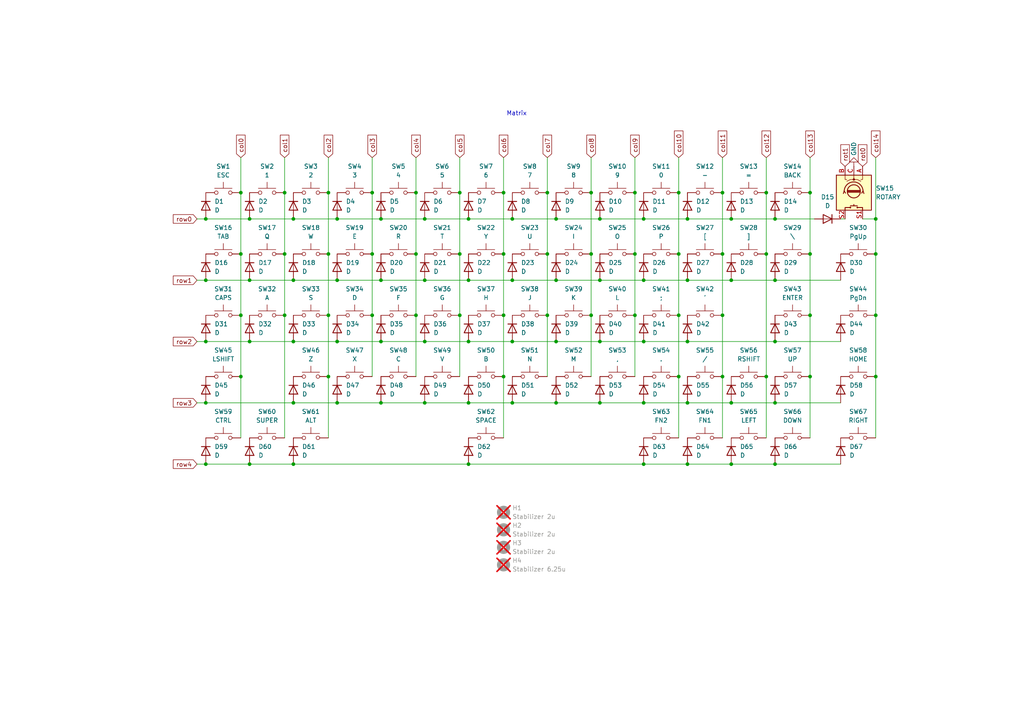
<source format=kicad_sch>
(kicad_sch (version 20250114) (generator "eeschema") (generator_version "9.0")
  (paper "A4")
  (title_block (title "MOD65") (date "2025-01-20") (rev "1") (company "umbacos"))
  (text "Matrix" (at 149.86 33.02 0) (effects (font (size 1.27 1.27))))
  (junction (at 254 73.66))
  (junction (at 173.99 63.5))
  (junction (at 173.99 99.06))
  (junction (at 171.45 55.88))
  (junction (at 110.49 81.28))
  (junction (at 209.55 91.44))
  (junction (at 196.85 91.44))
  (junction (at 224.79 116.84))
  (junction (at 212.09 116.84))
  (junction (at 224.79 134.62))
  (junction (at 72.39 134.62))
  (junction (at 82.55 91.44))
  (junction (at 97.79 81.28))
  (junction (at 135.89 63.5))
  (junction (at 234.95 73.66))
  (junction (at 69.85 73.66))
  (junction (at 135.89 99.06))
  (junction (at 97.79 116.84))
  (junction (at 171.45 91.44))
  (junction (at 95.25 91.44))
  (junction (at 199.39 81.28))
  (junction (at 72.39 81.28))
  (junction (at 133.35 91.44))
  (junction (at 186.69 99.06))
  (junction (at 97.79 63.5))
  (junction (at 123.19 63.5))
  (junction (at 95.25 109.22))
  (junction (at 222.25 109.22))
  (junction (at 212.09 81.28))
  (junction (at 209.55 55.88))
  (junction (at 222.25 73.66))
  (junction (at 186.69 63.5))
  (junction (at 146.05 73.66))
  (junction (at 196.85 109.22))
  (junction (at 186.69 81.28))
  (junction (at 224.79 63.5))
  (junction (at 161.29 116.84))
  (junction (at 133.35 73.66))
  (junction (at 212.09 134.62))
  (junction (at 158.75 91.44))
  (junction (at 184.15 91.44))
  (junction (at 158.75 73.66))
  (junction (at 186.69 116.84))
  (junction (at 120.65 55.88))
  (junction (at 146.05 55.88))
  (junction (at 85.09 134.62))
  (junction (at 85.09 116.84))
  (junction (at 72.39 63.5))
  (junction (at 107.95 91.44))
  (junction (at 234.95 91.44))
  (junction (at 123.19 81.28))
  (junction (at 110.49 63.5))
  (junction (at 199.39 134.62))
  (junction (at 82.55 73.66))
  (junction (at 196.85 55.88))
  (junction (at 161.29 81.28))
  (junction (at 69.85 109.22))
  (junction (at 209.55 109.22))
  (junction (at 148.59 116.84))
  (junction (at 224.79 81.28))
  (junction (at 59.69 116.84))
  (junction (at 59.69 63.5))
  (junction (at 222.25 55.88))
  (junction (at 148.59 63.5))
  (junction (at 161.29 63.5))
  (junction (at 120.65 73.66))
  (junction (at 85.09 81.28))
  (junction (at 146.05 91.44))
  (junction (at 254 63.5))
  (junction (at 123.19 99.06))
  (junction (at 173.99 116.84))
  (junction (at 146.05 109.22))
  (junction (at 186.69 134.62))
  (junction (at 199.39 99.06))
  (junction (at 135.89 116.84))
  (junction (at 254 91.44))
  (junction (at 107.95 73.66))
  (junction (at 110.49 99.06))
  (junction (at 97.79 99.06))
  (junction (at 72.39 99.06))
  (junction (at 199.39 116.84))
  (junction (at 95.25 73.66))
  (junction (at 173.99 81.28))
  (junction (at 158.75 55.88))
  (junction (at 161.29 99.06))
  (junction (at 69.85 91.44))
  (junction (at 135.89 81.28))
  (junction (at 82.55 55.88))
  (junction (at 59.69 134.62))
  (junction (at 199.39 63.5))
  (junction (at 209.55 73.66))
  (junction (at 171.45 73.66))
  (junction (at 85.09 63.5))
  (junction (at 95.25 55.88))
  (junction (at 133.35 55.88))
  (junction (at 107.95 55.88))
  (junction (at 120.65 91.44))
  (junction (at 148.59 81.28))
  (junction (at 196.85 73.66))
  (junction (at 123.19 116.84))
  (junction (at 148.59 99.06))
  (junction (at 212.09 63.5))
  (junction (at 254 109.22))
  (junction (at 184.15 55.88))
  (junction (at 59.69 81.28))
  (junction (at 69.85 55.88))
  (junction (at 85.09 99.06))
  (junction (at 224.79 99.06))
  (junction (at 234.95 55.88))
  (junction (at 59.69 99.06))
  (junction (at 184.15 73.66))
  (junction (at 135.89 134.62))
  (junction (at 234.95 109.22))
  (junction (at 110.49 116.84))
  (wire (pts (xy 184.15 73.66) (xy 184.15 91.44)))
  (wire (pts (xy 135.89 81.28) (xy 148.59 81.28)))
  (wire (pts (xy 146.05 73.66) (xy 146.05 91.44)))
  (wire (pts (xy 158.75 55.88) (xy 158.75 73.66)))
  (wire (pts (xy 209.55 73.66) (xy 209.55 91.44)))
  (wire (pts (xy 135.89 99.06) (xy 148.59 99.06)))
  (wire (pts (xy 173.99 63.5) (xy 186.69 63.5)))
  (wire (pts (xy 97.79 63.5) (xy 110.49 63.5)))
  (wire (pts (xy 133.35 91.44) (xy 133.35 109.22)))
  (wire (pts (xy 135.89 63.5) (xy 148.59 63.5)))
  (wire (pts (xy 243.84 63.5) (xy 245.11 63.5)))
  (wire (pts (xy 72.39 99.06) (xy 85.09 99.06)))
  (wire (pts (xy 146.05 109.22) (xy 146.05 127)))
  (wire (pts (xy 120.65 73.66) (xy 120.65 91.44)))
  (wire (pts (xy 196.85 91.44) (xy 196.85 109.22)))
  (wire (pts (xy 158.75 45.72) (xy 158.75 55.88)))
  (wire (pts (xy 224.79 134.62) (xy 243.84 134.62)))
  (wire (pts (xy 69.85 91.44) (xy 69.85 109.22)))
  (wire (pts (xy 148.59 116.84) (xy 161.29 116.84)))
  (wire (pts (xy 171.45 45.72) (xy 171.45 55.88)))
  (wire (pts (xy 212.09 134.62) (xy 224.79 134.62)))
  (wire (pts (xy 222.25 45.72) (xy 222.25 55.88)))
  (wire (pts (xy 209.55 45.72) (xy 209.55 55.88)))
  (wire (pts (xy 133.35 55.88) (xy 133.35 73.66)))
  (wire (pts (xy 161.29 116.84) (xy 173.99 116.84)))
  (wire (pts (xy 107.95 45.72) (xy 107.95 55.88)))
  (wire (pts (xy 120.65 45.72) (xy 120.65 55.88)))
  (wire (pts (xy 224.79 81.28) (xy 243.84 81.28)))
  (wire (pts (xy 196.85 73.66) (xy 196.85 91.44)))
  (wire (pts (xy 107.95 55.88) (xy 107.95 73.66)))
  (wire (pts (xy 135.89 134.62) (xy 186.69 134.62)))
  (wire (pts (xy 184.15 91.44) (xy 184.15 109.22)))
  (wire (pts (xy 199.39 63.5) (xy 212.09 63.5)))
  (wire (pts (xy 57.15 81.28) (xy 59.69 81.28)))
  (wire (pts (xy 209.55 91.44) (xy 209.55 109.22)))
  (wire (pts (xy 133.35 45.72) (xy 133.35 55.88)))
  (wire (pts (xy 148.59 99.06) (xy 161.29 99.06)))
  (wire (pts (xy 85.09 99.06) (xy 97.79 99.06)))
  (wire (pts (xy 146.05 55.88) (xy 146.05 73.66)))
  (wire (pts (xy 95.25 91.44) (xy 95.25 109.22)))
  (wire (pts (xy 196.85 109.22) (xy 196.85 127)))
  (wire (pts (xy 59.69 134.62) (xy 72.39 134.62)))
  (wire (pts (xy 186.69 81.28) (xy 199.39 81.28)))
  (wire (pts (xy 97.79 99.06) (xy 110.49 99.06)))
  (wire (pts (xy 146.05 91.44) (xy 146.05 109.22)))
  (wire (pts (xy 196.85 45.72) (xy 196.85 55.88)))
  (wire (pts (xy 254 109.22) (xy 254 127)))
  (wire (pts (xy 148.59 63.5) (xy 161.29 63.5)))
  (wire (pts (xy 123.19 63.5) (xy 135.89 63.5)))
  (wire (pts (xy 186.69 116.84) (xy 199.39 116.84)))
  (wire (pts (xy 171.45 73.66) (xy 171.45 91.44)))
  (wire (pts (xy 110.49 99.06) (xy 123.19 99.06)))
  (wire (pts (xy 107.95 91.44) (xy 107.95 109.22)))
  (wire (pts (xy 69.85 55.88) (xy 69.85 73.66)))
  (wire (pts (xy 184.15 55.88) (xy 184.15 73.66)))
  (wire (pts (xy 110.49 116.84) (xy 123.19 116.84)))
  (wire (pts (xy 199.39 116.84) (xy 212.09 116.84)))
  (wire (pts (xy 250.19 63.5) (xy 254 63.5)))
  (wire (pts (xy 224.79 99.06) (xy 243.84 99.06)))
  (wire (pts (xy 171.45 91.44) (xy 171.45 109.22)))
  (wire (pts (xy 222.25 73.66) (xy 222.25 109.22)))
  (wire (pts (xy 222.25 109.22) (xy 222.25 127)))
  (wire (pts (xy 173.99 99.06) (xy 186.69 99.06)))
  (wire (pts (xy 254 91.44) (xy 254 109.22)))
  (wire (pts (xy 95.25 109.22) (xy 95.25 127)))
  (wire (pts (xy 173.99 116.84) (xy 186.69 116.84)))
  (wire (pts (xy 186.69 63.5) (xy 199.39 63.5)))
  (wire (pts (xy 97.79 116.84) (xy 110.49 116.84)))
  (wire (pts (xy 69.85 109.22) (xy 69.85 127)))
  (wire (pts (xy 82.55 45.72) (xy 82.55 55.88)))
  (wire (pts (xy 85.09 63.5) (xy 97.79 63.5)))
  (wire (pts (xy 161.29 81.28) (xy 173.99 81.28)))
  (wire (pts (xy 158.75 91.44) (xy 158.75 109.22)))
  (wire (pts (xy 161.29 99.06) (xy 173.99 99.06)))
  (wire (pts (xy 95.25 45.72) (xy 95.25 55.88)))
  (wire (pts (xy 212.09 63.5) (xy 224.79 63.5)))
  (wire (pts (xy 234.95 73.66) (xy 234.95 91.44)))
  (wire (pts (xy 97.79 81.28) (xy 110.49 81.28)))
  (wire (pts (xy 69.85 45.72) (xy 69.85 55.88)))
  (wire (pts (xy 148.59 81.28) (xy 161.29 81.28)))
  (wire (pts (xy 69.85 73.66) (xy 69.85 91.44)))
  (wire (pts (xy 120.65 91.44) (xy 120.65 109.22)))
  (wire (pts (xy 254 73.66) (xy 254 91.44)))
  (wire (pts (xy 133.35 73.66) (xy 133.35 91.44)))
  (wire (pts (xy 234.95 109.22) (xy 234.95 127)))
  (wire (pts (xy 212.09 116.84) (xy 224.79 116.84)))
  (wire (pts (xy 135.89 116.84) (xy 148.59 116.84)))
  (wire (pts (xy 57.15 99.06) (xy 59.69 99.06)))
  (wire (pts (xy 224.79 63.5) (xy 236.22 63.5)))
  (wire (pts (xy 85.09 116.84) (xy 97.79 116.84)))
  (wire (pts (xy 224.79 116.84) (xy 243.84 116.84)))
  (wire (pts (xy 107.95 73.66) (xy 107.95 91.44)))
  (wire (pts (xy 161.29 63.5) (xy 173.99 63.5)))
  (wire (pts (xy 72.39 134.62) (xy 85.09 134.62)))
  (wire (pts (xy 82.55 55.88) (xy 82.55 73.66)))
  (wire (pts (xy 85.09 134.62) (xy 135.89 134.62)))
  (wire (pts (xy 110.49 63.5) (xy 123.19 63.5)))
  (wire (pts (xy 146.05 45.72) (xy 146.05 55.88)))
  (wire (pts (xy 184.15 45.72) (xy 184.15 55.88)))
  (wire (pts (xy 254 63.5) (xy 254 73.66)))
  (wire (pts (xy 59.69 81.28) (xy 72.39 81.28)))
  (wire (pts (xy 82.55 91.44) (xy 82.55 127)))
  (wire (pts (xy 171.45 55.88) (xy 171.45 73.66)))
  (wire (pts (xy 82.55 73.66) (xy 82.55 91.44)))
  (wire (pts (xy 72.39 81.28) (xy 85.09 81.28)))
  (wire (pts (xy 158.75 73.66) (xy 158.75 91.44)))
  (wire (pts (xy 57.15 134.62) (xy 59.69 134.62)))
  (wire (pts (xy 173.99 81.28) (xy 186.69 81.28)))
  (wire (pts (xy 95.25 73.66) (xy 95.25 91.44)))
  (wire (pts (xy 186.69 134.62) (xy 199.39 134.62)))
  (wire (pts (xy 254 45.72) (xy 254 63.5)))
  (wire (pts (xy 199.39 134.62) (xy 212.09 134.62)))
  (wire (pts (xy 123.19 116.84) (xy 135.89 116.84)))
  (wire (pts (xy 234.95 55.88) (xy 234.95 73.66)))
  (wire (pts (xy 199.39 99.06) (xy 224.79 99.06)))
  (wire (pts (xy 57.15 116.84) (xy 59.69 116.84)))
  (wire (pts (xy 222.25 55.88) (xy 222.25 73.66)))
  (wire (pts (xy 85.09 81.28) (xy 97.79 81.28)))
  (wire (pts (xy 110.49 81.28) (xy 123.19 81.28)))
  (wire (pts (xy 57.15 63.5) (xy 59.69 63.5)))
  (wire (pts (xy 120.65 55.88) (xy 120.65 73.66)))
  (wire (pts (xy 59.69 63.5) (xy 72.39 63.5)))
  (wire (pts (xy 212.09 81.28) (xy 224.79 81.28)))
  (wire (pts (xy 59.69 99.06) (xy 72.39 99.06)))
  (wire (pts (xy 186.69 99.06) (xy 199.39 99.06)))
  (wire (pts (xy 199.39 81.28) (xy 212.09 81.28)))
  (wire (pts (xy 196.85 55.88) (xy 196.85 73.66)))
  (wire (pts (xy 95.25 55.88) (xy 95.25 73.66)))
  (wire (pts (xy 209.55 55.88) (xy 209.55 73.66)))
  (wire (pts (xy 123.19 99.06) (xy 135.89 99.06)))
  (wire (pts (xy 234.95 45.72) (xy 234.95 55.88)))
  (wire (pts (xy 209.55 109.22) (xy 209.55 127)))
  (wire (pts (xy 123.19 81.28) (xy 135.89 81.28)))
  (wire (pts (xy 59.69 116.84) (xy 85.09 116.84)))
  (wire (pts (xy 234.95 91.44) (xy 234.95 109.22)))
  (wire (pts (xy 72.39 63.5) (xy 85.09 63.5)))
  (global_label "col10" (shape input) (at 196.85 45.72 90) (property "Intersheetrefs" "${INTERSHEET_REFS}" (effects (hide yes))))
  (global_label "rot1" (shape input) (at 245.11 48.26 90) (property "Intersheetrefs" "${INTERSHEET_REFS}" (effects (hide yes))))
  (global_label "col6" (shape input) (at 146.05 45.72 90) (property "Intersheetrefs" "${INTERSHEET_REFS}" (effects (hide yes))))
  (global_label "col12" (shape input) (at 222.25 45.72 90) (property "Intersheetrefs" "${INTERSHEET_REFS}" (effects (hide yes))))
  (global_label "col9" (shape input) (at 184.15 45.72 90) (property "Intersheetrefs" "${INTERSHEET_REFS}" (effects (hide yes))))
  (global_label "row3" (shape input) (at 57.15 116.84 180) (property "Intersheetrefs" "${INTERSHEET_REFS}" (effects (hide yes))))
  (global_label "col11" (shape input) (at 209.55 45.72 90) (property "Intersheetrefs" "${INTERSHEET_REFS}" (effects (hide yes))))
  (global_label "col4" (shape input) (at 120.65 45.72 90) (property "Intersheetrefs" "${INTERSHEET_REFS}" (effects (hide yes))))
  (global_label "row1" (shape input) (at 57.15 81.28 180) (property "Intersheetrefs" "${INTERSHEET_REFS}" (effects (hide yes))))
  (global_label "col14" (shape input) (at 254 45.72 90) (property "Intersheetrefs" "${INTERSHEET_REFS}" (effects (hide yes))))
  (global_label "col7" (shape input) (at 158.75 45.72 90) (property "Intersheetrefs" "${INTERSHEET_REFS}" (effects (hide yes))))
  (global_label "row2" (shape input) (at 57.15 99.06 180) (property "Intersheetrefs" "${INTERSHEET_REFS}" (effects (hide yes))))
  (global_label "row0" (shape input) (at 57.15 63.5 180) (property "Intersheetrefs" "${INTERSHEET_REFS}" (effects (hide yes))))
  (global_label "col8" (shape input) (at 171.45 45.72 90) (property "Intersheetrefs" "${INTERSHEET_REFS}" (effects (hide yes))))
  (global_label "col3" (shape input) (at 107.95 45.72 90) (property "Intersheetrefs" "${INTERSHEET_REFS}" (effects (hide yes))))
  (global_label "rot0" (shape input) (at 250.19 48.26 90) (property "Intersheetrefs" "${INTERSHEET_REFS}" (effects (hide yes))))
  (global_label "col0" (shape input) (at 69.85 45.72 90) (property "Intersheetrefs" "${INTERSHEET_REFS}" (effects (hide yes))))
  (global_label "col13" (shape input) (at 234.95 45.72 90) (property "Intersheetrefs" "${INTERSHEET_REFS}" (effects (hide yes))))
  (global_label "col1" (shape input) (at 82.55 45.72 90) (property "Intersheetrefs" "${INTERSHEET_REFS}" (effects (hide yes))))
  (global_label "col2" (shape input) (at 95.25 45.72 90) (property "Intersheetrefs" "${INTERSHEET_REFS}" (effects (hide yes))))
  (global_label "col5" (shape input) (at 133.35 45.72 90) (property "Intersheetrefs" "${INTERSHEET_REFS}" (effects (hide yes))))
  (global_label "row4" (shape input) (at 57.15 134.62 180) (property "Intersheetrefs" "${INTERSHEET_REFS}" (effects (hide yes))))
  (symbol (lib_id "Switch:SW_Push") (at 140.97 73.66 0) (unit 1)
    (property "Reference" "SW22" (at 140.97 66.04 0))
    (property "Value" "Y" (at 140.97 68.58 0))
    (property "Footprint" "PCM_marbastlib-mx:SW_MX_HS_CPG151101S11_1u" (effects (hide yes)))
    (property "Description" "Y" (effects (hide yes)))
    (property "Part Number" "CPG151101S11-16" (effects (hide yes)))
    (property "JLCPCB Part" "C41430893" (effects (hide yes)))
    (property "FT Rotation Offset" "-180.0" (effects (hide yes)))
    (property "FT Position Offset" "0.635,3.81" (effects (hide yes)))
  )
  (symbol (lib_id "Device:D") (at 212.09 77.47 270) (unit 1)
    (property "Reference" "D28" (at 214.63 76.1999 90) (effects (justify left)))
    (property "Value" "D" (at 214.63 78.7399 90) (effects (justify left)))
    (property "Footprint" "Diode_SMD:D_SOD-323" (effects (hide yes)))
    (property "Description" "Diode" (effects (hide yes)))
    (property "Sim.Device" "D" (effects (hide yes)))
    (property "Sim.Pins" "1=K 2=A" (effects (hide yes)))
    (property "Part Number" "1N4148WS" (effects (hide yes)))
    (property "JLCPCB Part" "C2128" (effects (hide yes)))
  )
  (symbol (lib_id "Switch:SW_Push") (at 64.77 73.66 0) (unit 1)
    (property "Reference" "SW16" (at 64.77 66.04 0))
    (property "Value" "TAB" (at 64.77 68.58 0))
    (property "Footprint" "PCM_marbastlib-mx:SW_MX_HS_CPG151101S11_1u" (effects (hide yes)))
    (property "Description" "TAB" (effects (hide yes)))
    (property "Part Number" "CPG151101S11-16" (effects (hide yes)))
    (property "JLCPCB Part" "C41430893" (effects (hide yes)))
    (property "FT Rotation Offset" "-180.0" (effects (hide yes)))
    (property "FT Position Offset" "0.635,3.81" (effects (hide yes)))
  )
  (symbol (lib_id "Switch:SW_Push") (at 248.92 109.22 0) (unit 1)
    (property "Reference" "SW58" (at 248.92 101.6 0))
    (property "Value" "HOME" (at 248.92 104.14 0))
    (property "Footprint" "PCM_marbastlib-mx:SW_MX_HS_CPG151101S11_1u" (effects (hide yes)))
    (property "Description" "PgDn" (effects (hide yes)))
    (property "Part Number" "CPG151101S11-16" (effects (hide yes)))
    (property "JLCPCB Part" "C41430893" (effects (hide yes)))
    (property "FT Rotation Offset" "-180.0" (effects (hide yes)))
    (property "FT Position Offset" "0.635,3.81" (effects (hide yes)))
  )
  (symbol (lib_id "Switch:SW_Push") (at 64.77 55.88 0) (unit 1)
    (property "Reference" "SW1" (at 64.77 48.26 0))
    (property "Value" "ESC" (at 64.77 50.8 0))
    (property "Footprint" "PCM_marbastlib-mx:SW_MX_HS_CPG151101S11_1u" (effects (hide yes)))
    (property "Description" "ESC" (effects (hide yes)))
    (property "Part Number" "CPG151101S11-16" (effects (hide yes)))
    (property "JLCPCB Part" "C41430893" (effects (hide yes)))
    (property "FT Rotation Offset" "-180.0" (effects (hide yes)))
    (property "FT Position Offset" "0.635,3.81" (effects (hide yes)))
  )
  (symbol (lib_id "Device:D") (at 224.79 113.03 270) (unit 1)
    (property "Reference" "D57" (at 227.33 111.7599 90) (effects (justify left)))
    (property "Value" "D" (at 227.33 114.2999 90) (effects (justify left)))
    (property "Footprint" "Diode_SMD:D_SOD-323" (effects (hide yes)))
    (property "Description" "Diode" (effects (hide yes)))
    (property "Sim.Device" "D" (effects (hide yes)))
    (property "Sim.Pins" "1=K 2=A" (effects (hide yes)))
    (property "Part Number" "1N4148WS" (effects (hide yes)))
    (property "JLCPCB Part" "C2128" (effects (hide yes)))
  )
  (symbol (lib_id "Device:D") (at 199.39 130.81 270) (unit 1)
    (property "Reference" "D64" (at 201.93 129.5399 90) (effects (justify left)))
    (property "Value" "D" (at 201.93 132.0799 90) (effects (justify left)))
    (property "Footprint" "Diode_SMD:D_SOD-323" (effects (hide yes)))
    (property "Description" "Diode" (effects (hide yes)))
    (property "Sim.Device" "D" (effects (hide yes)))
    (property "Sim.Pins" "1=K 2=A" (effects (hide yes)))
    (property "Part Number" "1N4148WS" (effects (hide yes)))
    (property "JLCPCB Part" "C2128" (effects (hide yes)))
  )
  (symbol (lib_id "Device:D") (at 97.79 113.03 270) (unit 1)
    (property "Reference" "D47" (at 100.33 111.7599 90) (effects (justify left)))
    (property "Value" "D" (at 100.33 114.2999 90) (effects (justify left)))
    (property "Footprint" "Diode_SMD:D_SOD-323" (effects (hide yes)))
    (property "Description" "Diode" (effects (hide yes)))
    (property "Sim.Device" "D" (effects (hide yes)))
    (property "Sim.Pins" "1=K 2=A" (effects (hide yes)))
    (property "Part Number" "1N4148WS" (effects (hide yes)))
    (property "JLCPCB Part" "C2128" (effects (hide yes)))
  )
  (symbol (lib_id "Device:D") (at 186.69 95.25 270) (unit 1)
    (property "Reference" "D41" (at 189.23 93.9799 90) (effects (justify left)))
    (property "Value" "D" (at 189.23 96.5199 90) (effects (justify left)))
    (property "Footprint" "Diode_SMD:D_SOD-323" (effects (hide yes)))
    (property "Description" "Diode" (effects (hide yes)))
    (property "Sim.Device" "D" (effects (hide yes)))
    (property "Sim.Pins" "1=K 2=A" (effects (hide yes)))
    (property "Part Number" "1N4148WS" (effects (hide yes)))
    (property "JLCPCB Part" "C2128" (effects (hide yes)))
  )
  (symbol (lib_id "Device:D") (at 240.03 63.5 180) (unit 1)
    (property "Reference" "D15" (at 240.03 57.15 0))
    (property "Value" "D" (at 240.03 59.69 0))
    (property "Footprint" "Diode_SMD:D_SOD-323" (effects (hide yes)))
    (property "Description" "Diode" (effects (hide yes)))
    (property "Sim.Device" "D" (effects (hide yes)))
    (property "Sim.Pins" "1=K 2=A" (effects (hide yes)))
    (property "Part Number" "1N4148WS" (effects (hide yes)))
    (property "JLCPCB Part" "C2128" (effects (hide yes)))
  )
  (symbol (lib_id "Switch:SW_Push") (at 229.87 73.66 0) (unit 1)
    (property "Reference" "SW29" (at 229.87 66.04 0))
    (property "Value" "\\" (at 229.87 68.58 0))
    (property "Footprint" "PCM_marbastlib-mx:SW_MX_HS_CPG151101S11_1u" (effects (hide yes)))
    (property "Description" "\\" (effects (hide yes)))
    (property "Part Number" "CPG151101S11-16" (effects (hide yes)))
    (property "JLCPCB Part" "C41430893" (effects (hide yes)))
    (property "FT Rotation Offset" "-180.0" (effects (hide yes)))
    (property "FT Position Offset" "0.635,3.81" (effects (hide yes)))
  )
  (symbol (lib_id "Switch:SW_Push") (at 77.47 91.44 0) (unit 1)
    (property "Reference" "SW32" (at 77.47 83.82 0))
    (property "Value" "A" (at 77.47 86.36 0))
    (property "Footprint" "PCM_marbastlib-mx:SW_MX_HS_CPG151101S11_1u" (effects (hide yes)))
    (property "Description" "A" (effects (hide yes)))
    (property "Part Number" "CPG151101S11-16" (effects (hide yes)))
    (property "JLCPCB Part" "C41430893" (effects (hide yes)))
    (property "FT Rotation Offset" "-180.0" (effects (hide yes)))
    (property "FT Position Offset" "0.635,3.81" (effects (hide yes)))
  )
  (symbol (lib_id "Switch:SW_Push") (at 77.47 73.66 0) (unit 1)
    (property "Reference" "SW17" (at 77.47 66.04 0))
    (property "Value" "Q" (at 77.47 68.58 0))
    (property "Footprint" "PCM_marbastlib-mx:SW_MX_HS_CPG151101S11_1u" (effects (hide yes)))
    (property "Description" "Q" (effects (hide yes)))
    (property "Part Number" "CPG151101S11-16" (effects (hide yes)))
    (property "JLCPCB Part" "C41430893" (effects (hide yes)))
    (property "FT Rotation Offset" "-180.0" (effects (hide yes)))
    (property "FT Position Offset" "0.635,3.81" (effects (hide yes)))
  )
  (symbol (lib_id "Device:D") (at 224.79 130.81 270) (unit 1)
    (property "Reference" "D66" (at 227.33 129.5399 90) (effects (justify left)))
    (property "Value" "D" (at 227.33 132.0799 90) (effects (justify left)))
    (property "Footprint" "Diode_SMD:D_SOD-323" (effects (hide yes)))
    (property "Description" "Diode" (effects (hide yes)))
    (property "Sim.Device" "D" (effects (hide yes)))
    (property "Sim.Pins" "1=K 2=A" (effects (hide yes)))
    (property "Part Number" "1N4148WS" (effects (hide yes)))
    (property "JLCPCB Part" "C2128" (effects (hide yes)))
  )
  (symbol (lib_id "Device:D") (at 161.29 77.47 270) (unit 1)
    (property "Reference" "D24" (at 163.83 76.1999 90) (effects (justify left)))
    (property "Value" "D" (at 163.83 78.7399 90) (effects (justify left)))
    (property "Footprint" "Diode_SMD:D_SOD-323" (effects (hide yes)))
    (property "Description" "Diode" (effects (hide yes)))
    (property "Sim.Device" "D" (effects (hide yes)))
    (property "Sim.Pins" "1=K 2=A" (effects (hide yes)))
    (property "Part Number" "1N4148WS" (effects (hide yes)))
    (property "JLCPCB Part" "C2128" (effects (hide yes)))
  )
  (symbol (lib_id "Device:D") (at 72.39 95.25 270) (unit 1)
    (property "Reference" "D32" (at 74.93 93.9799 90) (effects (justify left)))
    (property "Value" "D" (at 74.93 96.5199 90) (effects (justify left)))
    (property "Footprint" "Diode_SMD:D_SOD-323" (effects (hide yes)))
    (property "Description" "Diode" (effects (hide yes)))
    (property "Sim.Device" "D" (effects (hide yes)))
    (property "Sim.Pins" "1=K 2=A" (effects (hide yes)))
    (property "Part Number" "1N4148WS" (effects (hide yes)))
    (property "JLCPCB Part" "C2128" (effects (hide yes)))
  )
  (symbol (lib_id "Switch:SW_Push") (at 77.47 127 0) (unit 1)
    (property "Reference" "SW60" (at 77.47 119.38 0))
    (property "Value" "SUPER" (at 77.47 121.92 0))
    (property "Footprint" "PCM_marbastlib-mx:SW_MX_HS_CPG151101S11_1u" (effects (hide yes)))
    (property "Description" "SUPER" (effects (hide yes)))
    (property "Part Number" "CPG151101S11-16" (effects (hide yes)))
    (property "JLCPCB Part" "C41430893" (effects (hide yes)))
    (property "FT Rotation Offset" "-180.0" (effects (hide yes)))
    (property "FT Position Offset" "0.635,3.81" (effects (hide yes)))
  )
  (symbol (lib_id "Device:D") (at 199.39 77.47 270) (unit 1)
    (property "Reference" "D27" (at 201.93 76.1999 90) (effects (justify left)))
    (property "Value" "D" (at 201.93 78.7399 90) (effects (justify left)))
    (property "Footprint" "Diode_SMD:D_SOD-323" (effects (hide yes)))
    (property "Description" "Diode" (effects (hide yes)))
    (property "Sim.Device" "D" (effects (hide yes)))
    (property "Sim.Pins" "1=K 2=A" (effects (hide yes)))
    (property "Part Number" "1N4148WS" (effects (hide yes)))
    (property "JLCPCB Part" "C2128" (effects (hide yes)))
  )
  (symbol (lib_id "Device:D") (at 135.89 77.47 270) (unit 1)
    (property "Reference" "D22" (at 138.43 76.1999 90) (effects (justify left)))
    (property "Value" "D" (at 138.43 78.7399 90) (effects (justify left)))
    (property "Footprint" "Diode_SMD:D_SOD-323" (effects (hide yes)))
    (property "Description" "Diode" (effects (hide yes)))
    (property "Sim.Device" "D" (effects (hide yes)))
    (property "Sim.Pins" "1=K 2=A" (effects (hide yes)))
    (property "Part Number" "1N4148WS" (effects (hide yes)))
    (property "JLCPCB Part" "C2128" (effects (hide yes)))
  )
  (symbol (lib_id "Device:D") (at 148.59 95.25 270) (unit 1)
    (property "Reference" "D38" (at 151.13 93.9799 90) (effects (justify left)))
    (property "Value" "D" (at 151.13 96.5199 90) (effects (justify left)))
    (property "Footprint" "Diode_SMD:D_SOD-323" (effects (hide yes)))
    (property "Description" "Diode" (effects (hide yes)))
    (property "Sim.Device" "D" (effects (hide yes)))
    (property "Sim.Pins" "1=K 2=A" (effects (hide yes)))
    (property "Part Number" "1N4148WS" (effects (hide yes)))
    (property "JLCPCB Part" "C2128" (effects (hide yes)))
  )
  (symbol (lib_id "Switch:SW_Push") (at 229.87 55.88 0) (unit 1)
    (property "Reference" "SW14" (at 229.87 48.26 0))
    (property "Value" "BACK" (at 229.87 50.8 0))
    (property "Footprint" "PCM_marbastlib-mx:SW_MX_HS_CPG151101S11_1u" (effects (hide yes)))
    (property "Description" "BACK" (effects (hide yes)))
    (property "Part Number" "CPG151101S11-16" (effects (hide yes)))
    (property "JLCPCB Part" "C41430893" (effects (hide yes)))
    (property "FT Rotation Offset" "-180.0" (effects (hide yes)))
    (property "FT Position Offset" "0.635,3.81" (effects (hide yes)))
  )
  (symbol (lib_id "Device:D") (at 148.59 59.69 270) (unit 1)
    (property "Reference" "D8" (at 151.13 58.4199 90) (effects (justify left)))
    (property "Value" "D" (at 151.13 60.9599 90) (effects (justify left)))
    (property "Footprint" "Diode_SMD:D_SOD-323" (effects (hide yes)))
    (property "Description" "Diode" (effects (hide yes)))
    (property "Sim.Device" "D" (effects (hide yes)))
    (property "Sim.Pins" "1=K 2=A" (effects (hide yes)))
    (property "Part Number" "1N4148WS" (effects (hide yes)))
    (property "JLCPCB Part" "C2128" (effects (hide yes)))
  )
  (symbol (lib_id "Device:D") (at 161.29 113.03 270) (unit 1)
    (property "Reference" "D52" (at 163.83 111.7599 90) (effects (justify left)))
    (property "Value" "D" (at 163.83 114.2999 90) (effects (justify left)))
    (property "Footprint" "Diode_SMD:D_SOD-323" (effects (hide yes)))
    (property "Description" "Diode" (effects (hide yes)))
    (property "Sim.Device" "D" (effects (hide yes)))
    (property "Sim.Pins" "1=K 2=A" (effects (hide yes)))
    (property "Part Number" "1N4148WS" (effects (hide yes)))
    (property "JLCPCB Part" "C2128" (effects (hide yes)))
  )
  (symbol (lib_id "Switch:SW_Push") (at 64.77 127 0) (unit 1)
    (property "Reference" "SW59" (at 64.77 119.38 0))
    (property "Value" "CTRL" (at 64.77 121.92 0))
    (property "Footprint" "PCM_marbastlib-mx:SW_MX_HS_CPG151101S11_1u" (effects (hide yes)))
    (property "Description" "CTRL" (effects (hide yes)))
    (property "Part Number" "CPG151101S11-16" (effects (hide yes)))
    (property "JLCPCB Part" "C41430893" (effects (hide yes)))
    (property "FT Rotation Offset" "-180.0" (effects (hide yes)))
    (property "FT Position Offset" "0.635,3.81" (effects (hide yes)))
  )
  (symbol (lib_id "Switch:SW_Push") (at 64.77 91.44 0) (unit 1)
    (property "Reference" "SW31" (at 64.77 83.82 0))
    (property "Value" "CAPS" (at 64.77 86.36 0))
    (property "Footprint" "PCM_marbastlib-mx:SW_MX_HS_CPG151101S11_1u" (effects (hide yes)))
    (property "Description" "CAPS" (effects (hide yes)))
    (property "Part Number" "CPG151101S11-16" (effects (hide yes)))
    (property "JLCPCB Part" "C41430893" (effects (hide yes)))
    (property "FT Rotation Offset" "-180.0" (effects (hide yes)))
    (property "FT Position Offset" "0.635,3.81" (effects (hide yes)))
  )
  (symbol (lib_id "Device:D") (at 161.29 95.25 270) (unit 1)
    (property "Reference" "D39" (at 163.83 93.9799 90) (effects (justify left)))
    (property "Value" "D" (at 163.83 96.5199 90) (effects (justify left)))
    (property "Footprint" "Diode_SMD:D_SOD-323" (effects (hide yes)))
    (property "Description" "Diode" (effects (hide yes)))
    (property "Sim.Device" "D" (effects (hide yes)))
    (property "Sim.Pins" "1=K 2=A" (effects (hide yes)))
    (property "Part Number" "1N4148WS" (effects (hide yes)))
    (property "JLCPCB Part" "C2128" (effects (hide yes)))
  )
  (symbol (lib_id "Switch:SW_Push") (at 166.37 91.44 0) (unit 1)
    (property "Reference" "SW39" (at 166.37 83.82 0))
    (property "Value" "K" (at 166.37 86.36 0))
    (property "Footprint" "PCM_marbastlib-mx:SW_MX_HS_CPG151101S11_1u" (effects (hide yes)))
    (property "Description" "K" (effects (hide yes)))
    (property "Part Number" "CPG151101S11-16" (effects (hide yes)))
    (property "JLCPCB Part" "C41430893" (effects (hide yes)))
    (property "FT Rotation Offset" "-180.0" (effects (hide yes)))
    (property "FT Position Offset" "0.635,3.81" (effects (hide yes)))
  )
  (symbol (lib_id "Device:D") (at 85.09 95.25 270) (unit 1)
    (property "Reference" "D33" (at 87.63 93.9799 90) (effects (justify left)))
    (property "Value" "D" (at 87.63 96.5199 90) (effects (justify left)))
    (property "Footprint" "Diode_SMD:D_SOD-323" (effects (hide yes)))
    (property "Description" "Diode" (effects (hide yes)))
    (property "Sim.Device" "D" (effects (hide yes)))
    (property "Sim.Pins" "1=K 2=A" (effects (hide yes)))
    (property "Part Number" "1N4148WS" (effects (hide yes)))
    (property "JLCPCB Part" "C2128" (effects (hide yes)))
  )
  (symbol (lib_id "Switch:SW_Push") (at 217.17 109.22 0) (unit 1)
    (property "Reference" "SW56" (at 217.17 101.6 0))
    (property "Value" "RSHIFT" (at 217.17 104.14 0))
    (property "Footprint" "PCM_marbastlib-mx:SW_MX_HS_CPG151101S11_1u" (effects (hide yes)))
    (property "Description" "RSHIFT" (effects (hide yes)))
    (property "Part Number" "CPG151101S11-16" (effects (hide yes)))
    (property "JLCPCB Part" "C41430893" (effects (hide yes)))
    (property "FT Rotation Offset" "-180.0" (effects (hide yes)))
    (property "FT Position Offset" "0.635,3.81" (effects (hide yes)))
  )
  (symbol (lib_id "Device:D") (at 72.39 77.47 270) (unit 1)
    (property "Reference" "D17" (at 74.93 76.1999 90) (effects (justify left)))
    (property "Value" "D" (at 74.93 78.7399 90) (effects (justify left)))
    (property "Footprint" "Diode_SMD:D_SOD-323" (effects (hide yes)))
    (property "Description" "Diode" (effects (hide yes)))
    (property "Sim.Device" "D" (effects (hide yes)))
    (property "Sim.Pins" "1=K 2=A" (effects (hide yes)))
    (property "Part Number" "1N4148WS" (effects (hide yes)))
    (property "JLCPCB Part" "C2128" (effects (hide yes)))
  )
  (symbol (lib_id "power:GND") (at 247.65 48.26 180) (unit 1)
    (property "Reference" "#PWR012" (effects (hide yes)))
    (property "Value" "GND" (at 247.65 43.18 90))
    (property "Description" "Power symbol creates a global label with name \"GND\" , ground" (effects (hide yes)))
  )
  (symbol (lib_id "Switch:SW_Push") (at 229.87 109.22 0) (unit 1)
    (property "Reference" "SW57" (at 229.87 101.6 0))
    (property "Value" "UP" (at 229.87 104.14 0))
    (property "Footprint" "PCM_marbastlib-mx:SW_MX_HS_CPG151101S11_1u" (effects (hide yes)))
    (property "Description" "UP" (effects (hide yes)))
    (property "Part Number" "CPG151101S11-16" (effects (hide yes)))
    (property "JLCPCB Part" "C41430893" (effects (hide yes)))
    (property "FT Rotation Offset" "-180.0" (effects (hide yes)))
    (property "FT Position Offset" "0.635,3.81" (effects (hide yes)))
  )
  (symbol (lib_id "Switch:SW_Push") (at 140.97 91.44 0) (unit 1)
    (property "Reference" "SW37" (at 140.97 83.82 0))
    (property "Value" "H" (at 140.97 86.36 0))
    (property "Footprint" "PCM_marbastlib-mx:SW_MX_HS_CPG151101S11_1u" (effects (hide yes)))
    (property "Description" "H" (effects (hide yes)))
    (property "Part Number" "CPG151101S11-16" (effects (hide yes)))
    (property "JLCPCB Part" "C41430893" (effects (hide yes)))
    (property "FT Rotation Offset" "-180.0" (effects (hide yes)))
    (property "FT Position Offset" "0.635,3.81" (effects (hide yes)))
  )
  (symbol (lib_id "Device:D") (at 110.49 95.25 270) (unit 1)
    (property "Reference" "D35" (at 113.03 93.9799 90) (effects (justify left)))
    (property "Value" "D" (at 113.03 96.5199 90) (effects (justify left)))
    (property "Footprint" "Diode_SMD:D_SOD-323" (effects (hide yes)))
    (property "Description" "Diode" (effects (hide yes)))
    (property "Sim.Device" "D" (effects (hide yes)))
    (property "Sim.Pins" "1=K 2=A" (effects (hide yes)))
    (property "Part Number" "1N4148WS" (effects (hide yes)))
    (property "JLCPCB Part" "C2128" (effects (hide yes)))
  )
  (symbol (lib_id "Switch:SW_Push") (at 90.17 127 0) (unit 1)
    (property "Reference" "SW61" (at 90.17 119.38 0))
    (property "Value" "ALT" (at 90.17 121.92 0))
    (property "Footprint" "PCM_marbastlib-mx:SW_MX_HS_CPG151101S11_1u" (effects (hide yes)))
    (property "Description" "ALT" (effects (hide yes)))
    (property "Part Number" "CPG151101S11-16" (effects (hide yes)))
    (property "JLCPCB Part" "C41430893" (effects (hide yes)))
    (property "FT Rotation Offset" "-180.0" (effects (hide yes)))
    (property "FT Position Offset" "0.635,3.81" (effects (hide yes)))
  )
  (symbol (lib_id "Switch:SW_Push") (at 140.97 127 0) (unit 1)
    (property "Reference" "SW62" (at 140.97 119.38 0))
    (property "Value" "SPACE" (at 140.97 121.92 0))
    (property "Footprint" "PCM_marbastlib-mx:SW_MX_HS_CPG151101S11_1u" (effects (hide yes)))
    (property "Description" "SPACE" (effects (hide yes)))
    (property "Part Number" "CPG151101S11-16" (effects (hide yes)))
    (property "JLCPCB Part" "C41430893" (effects (hide yes)))
    (property "FT Rotation Offset" "-180.0" (effects (hide yes)))
    (property "FT Position Offset" "0.635,3.81" (effects (hide yes)))
  )
  (symbol (lib_id "Switch:SW_Push") (at 229.87 91.44 0) (unit 1)
    (property "Reference" "SW43" (at 229.87 83.82 0))
    (property "Value" "ENTER" (at 229.87 86.36 0))
    (property "Footprint" "PCM_marbastlib-mx:SW_MX_HS_CPG151101S11_1u" (effects (hide yes)))
    (property "Description" "ENTER" (effects (hide yes)))
    (property "Part Number" "CPG151101S11-16" (effects (hide yes)))
    (property "JLCPCB Part" "C41430893" (effects (hide yes)))
    (property "FT Rotation Offset" "-180.0" (effects (hide yes)))
    (property "FT Position Offset" "0.635,3.81" (effects (hide yes)))
  )
  (symbol (lib_id "Device:D") (at 72.39 130.81 270) (unit 1)
    (property "Reference" "D60" (at 74.93 129.5399 90) (effects (justify left)))
    (property "Value" "D" (at 74.93 132.0799 90) (effects (justify left)))
    (property "Footprint" "Diode_SMD:D_SOD-323" (effects (hide yes)))
    (property "Description" "Diode" (effects (hide yes)))
    (property "Sim.Device" "D" (effects (hide yes)))
    (property "Sim.Pins" "1=K 2=A" (effects (hide yes)))
    (property "Part Number" "1N4148WS" (effects (hide yes)))
    (property "JLCPCB Part" "C2128" (effects (hide yes)))
  )
  (symbol (lib_id "Device:D") (at 59.69 77.47 270) (unit 1)
    (property "Reference" "D16" (at 62.23 76.1999 90) (effects (justify left)))
    (property "Value" "D" (at 62.23 78.7399 90) (effects (justify left)))
    (property "Footprint" "Diode_SMD:D_SOD-323" (effects (hide yes)))
    (property "Description" "Diode" (effects (hide yes)))
    (property "Sim.Device" "D" (effects (hide yes)))
    (property "Sim.Pins" "1=K 2=A" (effects (hide yes)))
    (property "Part Number" "1N4148WS" (effects (hide yes)))
    (property "JLCPCB Part" "C2128" (effects (hide yes)))
  )
  (symbol (lib_id "Switch:SW_Push") (at 153.67 73.66 0) (unit 1)
    (property "Reference" "SW23" (at 153.67 66.04 0))
    (property "Value" "U" (at 153.67 68.58 0))
    (property "Footprint" "PCM_marbastlib-mx:SW_MX_HS_CPG151101S11_1u" (effects (hide yes)))
    (property "Description" "U" (effects (hide yes)))
    (property "Part Number" "CPG151101S11-16" (effects (hide yes)))
    (property "JLCPCB Part" "C41430893" (effects (hide yes)))
    (property "FT Rotation Offset" "-180.0" (effects (hide yes)))
    (property "FT Position Offset" "0.635,3.81" (effects (hide yes)))
  )
  (symbol (lib_id "Switch:SW_Push") (at 179.07 109.22 0) (unit 1)
    (property "Reference" "SW53" (at 179.07 101.6 0))
    (property "Value" "," (at 179.07 104.14 0))
    (property "Footprint" "PCM_marbastlib-mx:SW_MX_HS_CPG151101S11_1u" (effects (hide yes)))
    (property "Description" "," (effects (hide yes)))
    (property "Part Number" "CPG151101S11-16" (effects (hide yes)))
    (property "JLCPCB Part" "C41430893" (effects (hide yes)))
    (property "FT Rotation Offset" "-180.0" (effects (hide yes)))
    (property "FT Position Offset" "0.635,3.81" (effects (hide yes)))
  )
  (symbol (lib_id "Device:D") (at 199.39 113.03 270) (unit 1)
    (property "Reference" "D55" (at 201.93 111.7599 90) (effects (justify left)))
    (property "Value" "D" (at 201.93 114.2999 90) (effects (justify left)))
    (property "Footprint" "Diode_SMD:D_SOD-323" (effects (hide yes)))
    (property "Description" "Diode" (effects (hide yes)))
    (property "Sim.Device" "D" (effects (hide yes)))
    (property "Sim.Pins" "1=K 2=A" (effects (hide yes)))
    (property "Part Number" "1N4148WS" (effects (hide yes)))
    (property "JLCPCB Part" "C2128" (effects (hide yes)))
  )
  (symbol (lib_id "Switch:SW_Push") (at 204.47 73.66 0) (unit 1)
    (property "Reference" "SW27" (at 204.47 66.04 0))
    (property "Value" "[" (at 204.47 68.58 0))
    (property "Footprint" "PCM_marbastlib-mx:SW_MX_HS_CPG151101S11_1u" (effects (hide yes)))
    (property "Description" "[" (effects (hide yes)))
    (property "Part Number" "CPG151101S11-16" (effects (hide yes)))
    (property "JLCPCB Part" "C41430893" (effects (hide yes)))
    (property "FT Rotation Offset" "-180.0" (effects (hide yes)))
    (property "FT Position Offset" "0.635,3.81" (effects (hide yes)))
  )
  (symbol (lib_id "Switch:SW_Push") (at 229.87 127 0) (unit 1)
    (property "Reference" "SW66" (at 229.87 119.38 0))
    (property "Value" "DOWN" (at 229.87 121.92 0))
    (property "Footprint" "PCM_marbastlib-mx:SW_MX_HS_CPG151101S11_1u" (effects (hide yes)))
    (property "Description" "DOWN" (effects (hide yes)))
    (property "Part Number" "CPG151101S11-16" (effects (hide yes)))
    (property "JLCPCB Part" "C41430893" (effects (hide yes)))
    (property "FT Rotation Offset" "-180.0" (effects (hide yes)))
    (property "FT Position Offset" "0.635,3.81" (effects (hide yes)))
  )
  (symbol (lib_id "Device:D") (at 148.59 113.03 270) (unit 1)
    (property "Reference" "D51" (at 151.13 111.7599 90) (effects (justify left)))
    (property "Value" "D" (at 151.13 114.2999 90) (effects (justify left)))
    (property "Footprint" "Diode_SMD:D_SOD-323" (effects (hide yes)))
    (property "Description" "Diode" (effects (hide yes)))
    (property "Sim.Device" "D" (effects (hide yes)))
    (property "Sim.Pins" "1=K 2=A" (effects (hide yes)))
    (property "Part Number" "1N4148WS" (effects (hide yes)))
    (property "JLCPCB Part" "C2128" (effects (hide yes)))
  )
  (symbol (lib_id "Switch:SW_Push") (at 102.87 73.66 0) (unit 1)
    (property "Reference" "SW19" (at 102.87 66.04 0))
    (property "Value" "E" (at 102.87 68.58 0))
    (property "Footprint" "PCM_marbastlib-mx:SW_MX_HS_CPG151101S11_1u" (effects (hide yes)))
    (property "Description" "E" (effects (hide yes)))
    (property "Part Number" "CPG151101S11-16" (effects (hide yes)))
    (property "JLCPCB Part" "C41430893" (effects (hide yes)))
    (property "FT Rotation Offset" "-180.0" (effects (hide yes)))
    (property "FT Position Offset" "0.635,3.81" (effects (hide yes)))
  )
  (symbol (lib_id "Device:D") (at 123.19 113.03 270) (unit 1)
    (property "Reference" "D49" (at 125.73 111.7599 90) (effects (justify left)))
    (property "Value" "D" (at 125.73 114.2999 90) (effects (justify left)))
    (property "Footprint" "Diode_SMD:D_SOD-323" (effects (hide yes)))
    (property "Description" "Diode" (effects (hide yes)))
    (property "Sim.Device" "D" (effects (hide yes)))
    (property "Sim.Pins" "1=K 2=A" (effects (hide yes)))
    (property "Part Number" "1N4148WS" (effects (hide yes)))
    (property "JLCPCB Part" "C2128" (effects (hide yes)))
  )
  (symbol (lib_id "Device:D") (at 97.79 95.25 270) (unit 1)
    (property "Reference" "D34" (at 100.33 93.9799 90) (effects (justify left)))
    (property "Value" "D" (at 100.33 96.5199 90) (effects (justify left)))
    (property "Footprint" "Diode_SMD:D_SOD-323" (effects (hide yes)))
    (property "Description" "Diode" (effects (hide yes)))
    (property "Sim.Device" "D" (effects (hide yes)))
    (property "Sim.Pins" "1=K 2=A" (effects (hide yes)))
    (property "Part Number" "1N4148WS" (effects (hide yes)))
    (property "JLCPCB Part" "C2128" (effects (hide yes)))
  )
  (symbol (lib_id "Switch:SW_Push") (at 191.77 109.22 0) (unit 1)
    (property "Reference" "SW54" (at 191.77 101.6 0))
    (property "Value" "." (at 191.77 104.14 0))
    (property "Footprint" "PCM_marbastlib-mx:SW_MX_HS_CPG151101S11_1u" (effects (hide yes)))
    (property "Description" "." (effects (hide yes)))
    (property "Part Number" "CPG151101S11-16" (effects (hide yes)))
    (property "JLCPCB Part" "C41430893" (effects (hide yes)))
    (property "FT Rotation Offset" "-180.0" (effects (hide yes)))
    (property "FT Position Offset" "0.635,3.81" (effects (hide yes)))
  )
  (symbol (lib_id "Device:D") (at 224.79 77.47 270) (unit 1)
    (property "Reference" "D29" (at 227.33 76.1999 90) (effects (justify left)))
    (property "Value" "D" (at 227.33 78.7399 90) (effects (justify left)))
    (property "Footprint" "Diode_SMD:D_SOD-323" (effects (hide yes)))
    (property "Description" "Diode" (effects (hide yes)))
    (property "Sim.Device" "D" (effects (hide yes)))
    (property "Sim.Pins" "1=K 2=A" (effects (hide yes)))
    (property "Part Number" "1N4148WS" (effects (hide yes)))
    (property "JLCPCB Part" "C2128" (effects (hide yes)))
  )
  (symbol (lib_id "Device:D") (at 97.79 59.69 270) (unit 1)
    (property "Reference" "D4" (at 100.33 58.4199 90) (effects (justify left)))
    (property "Value" "D" (at 100.33 60.9599 90) (effects (justify left)))
    (property "Footprint" "Diode_SMD:D_SOD-323" (effects (hide yes)))
    (property "Description" "Diode" (effects (hide yes)))
    (property "Sim.Device" "D" (effects (hide yes)))
    (property "Sim.Pins" "1=K 2=A" (effects (hide yes)))
    (property "Part Number" "1N4148WS" (effects (hide yes)))
    (property "JLCPCB Part" "C2128" (effects (hide yes)))
  )
  (symbol (lib_id "Device:D") (at 186.69 130.81 270) (unit 1)
    (property "Reference" "D63" (at 189.23 129.5399 90) (effects (justify left)))
    (property "Value" "D" (at 189.23 132.0799 90) (effects (justify left)))
    (property "Footprint" "Diode_SMD:D_SOD-323" (effects (hide yes)))
    (property "Description" "Diode" (effects (hide yes)))
    (property "Sim.Device" "D" (effects (hide yes)))
    (property "Sim.Pins" "1=K 2=A" (effects (hide yes)))
    (property "Part Number" "1N4148WS" (effects (hide yes)))
    (property "JLCPCB Part" "C2128" (effects (hide yes)))
  )
  (symbol (lib_id "Device:D") (at 243.84 130.81 270) (unit 1)
    (property "Reference" "D67" (at 246.38 129.5399 90) (effects (justify left)))
    (property "Value" "D" (at 246.38 132.0799 90) (effects (justify left)))
    (property "Footprint" "Diode_SMD:D_SOD-323" (effects (hide yes)))
    (property "Description" "Diode" (effects (hide yes)))
    (property "Sim.Device" "D" (effects (hide yes)))
    (property "Sim.Pins" "1=K 2=A" (effects (hide yes)))
    (property "Part Number" "1N4148WS" (effects (hide yes)))
    (property "JLCPCB Part" "C2128" (effects (hide yes)))
  )
  (symbol (lib_id "Device:D") (at 123.19 59.69 270) (unit 1)
    (property "Reference" "D6" (at 125.73 58.4199 90) (effects (justify left)))
    (property "Value" "D" (at 125.73 60.9599 90) (effects (justify left)))
    (property "Footprint" "Diode_SMD:D_SOD-323" (effects (hide yes)))
    (property "Description" "Diode" (effects (hide yes)))
    (property "Sim.Device" "D" (effects (hide yes)))
    (property "Sim.Pins" "1=K 2=A" (effects (hide yes)))
    (property "Part Number" "1N4148WS" (effects (hide yes)))
    (property "JLCPCB Part" "C2128" (effects (hide yes)))
  )
  (symbol (lib_id "Switch:SW_Push") (at 102.87 55.88 0) (unit 1)
    (property "Reference" "SW4" (at 102.87 48.26 0))
    (property "Value" "3" (at 102.87 50.8 0))
    (property "Footprint" "PCM_marbastlib-mx:SW_MX_HS_CPG151101S11_1u" (effects (hide yes)))
    (property "Description" "3" (effects (hide yes)))
    (property "Part Number" "CPG151101S11-16" (effects (hide yes)))
    (property "JLCPCB Part" "C41430893" (effects (hide yes)))
    (property "FT Rotation Offset" "-180.0" (effects (hide yes)))
    (property "FT Position Offset" "0.635,3.81" (effects (hide yes)))
  )
  (symbol (lib_id "Switch:SW_Push") (at 153.67 55.88 0) (unit 1)
    (property "Reference" "SW8" (at 153.67 48.26 0))
    (property "Value" "7" (at 153.67 50.8 0))
    (property "Footprint" "PCM_marbastlib-mx:SW_MX_HS_CPG151101S11_1u" (effects (hide yes)))
    (property "Description" "7" (effects (hide yes)))
    (property "Part Number" "CPG151101S11-16" (effects (hide yes)))
    (property "JLCPCB Part" "C41430893" (effects (hide yes)))
    (property "FT Rotation Offset" "-180.0" (effects (hide yes)))
    (property "FT Position Offset" "0.635,3.81" (effects (hide yes)))
  )
  (symbol (lib_id "Switch:SW_Push") (at 140.97 109.22 0) (unit 1)
    (property "Reference" "SW50" (at 140.97 101.6 0))
    (property "Value" "B" (at 140.97 104.14 0))
    (property "Footprint" "PCM_marbastlib-mx:SW_MX_HS_CPG151101S11_1u" (effects (hide yes)))
    (property "Description" "B" (effects (hide yes)))
    (property "Part Number" "CPG151101S11-16" (effects (hide yes)))
    (property "JLCPCB Part" "C41430893" (effects (hide yes)))
    (property "FT Rotation Offset" "-180.0" (effects (hide yes)))
    (property "FT Position Offset" "0.635,3.81" (effects (hide yes)))
  )
  (symbol (lib_id "Device:D") (at 243.84 95.25 270) (unit 1)
    (property "Reference" "D44" (at 246.38 93.9799 90) (effects (justify left)))
    (property "Value" "D" (at 246.38 96.5199 90) (effects (justify left)))
    (property "Footprint" "Diode_SMD:D_SOD-323" (effects (hide yes)))
    (property "Description" "Diode" (effects (hide yes)))
    (property "Sim.Device" "D" (effects (hide yes)))
    (property "Sim.Pins" "1=K 2=A" (effects (hide yes)))
    (property "Part Number" "1N4148WS" (effects (hide yes)))
    (property "JLCPCB Part" "C2128" (effects (hide yes)))
  )
  (symbol (lib_id "Device:D") (at 173.99 59.69 270) (unit 1)
    (property "Reference" "D10" (at 176.53 58.4199 90) (effects (justify left)))
    (property "Value" "D" (at 176.53 60.9599 90) (effects (justify left)))
    (property "Footprint" "Diode_SMD:D_SOD-323" (effects (hide yes)))
    (property "Description" "Diode" (effects (hide yes)))
    (property "Sim.Device" "D" (effects (hide yes)))
    (property "Sim.Pins" "1=K 2=A" (effects (hide yes)))
    (property "Part Number" "1N4148WS" (effects (hide yes)))
    (property "JLCPCB Part" "C2128" (effects (hide yes)))
  )
  (symbol (lib_id "Device:D") (at 123.19 95.25 270) (unit 1)
    (property "Reference" "D36" (at 125.73 93.9799 90) (effects (justify left)))
    (property "Value" "D" (at 125.73 96.5199 90) (effects (justify left)))
    (property "Footprint" "Diode_SMD:D_SOD-323" (effects (hide yes)))
    (property "Description" "Diode" (effects (hide yes)))
    (property "Sim.Device" "D" (effects (hide yes)))
    (property "Sim.Pins" "1=K 2=A" (effects (hide yes)))
    (property "Part Number" "1N4148WS" (effects (hide yes)))
    (property "JLCPCB Part" "C2128" (effects (hide yes)))
  )
  (symbol (lib_id "Switch:SW_Push") (at 128.27 55.88 0) (unit 1)
    (property "Reference" "SW6" (at 128.27 48.26 0))
    (property "Value" "5" (at 128.27 50.8 0))
    (property "Footprint" "PCM_marbastlib-mx:SW_MX_HS_CPG151101S11_1u" (effects (hide yes)))
    (property "Description" "5" (effects (hide yes)))
    (property "Part Number" "CPG151101S11-16" (effects (hide yes)))
    (property "JLCPCB Part" "C41430893" (effects (hide yes)))
    (property "FT Rotation Offset" "-180.0" (effects (hide yes)))
    (property "FT Position Offset" "0.635,3.81" (effects (hide yes)))
  )
  (symbol (lib_id "Switch:SW_Push") (at 204.47 109.22 0) (unit 1)
    (property "Reference" "SW55" (at 204.47 101.6 0))
    (property "Value" "/" (at 204.47 104.14 0))
    (property "Footprint" "PCM_marbastlib-mx:SW_MX_HS_CPG151101S11_1u" (effects (hide yes)))
    (property "Description" "/" (effects (hide yes)))
    (property "Part Number" "CPG151101S11-16" (effects (hide yes)))
    (property "JLCPCB Part" "C41430893" (effects (hide yes)))
    (property "FT Rotation Offset" "-180.0" (effects (hide yes)))
    (property "FT Position Offset" "0.635,3.81" (effects (hide yes)))
  )
  (symbol (lib_id "Switch:SW_Push") (at 204.47 127 0) (unit 1)
    (property "Reference" "SW64" (at 204.47 119.38 0))
    (property "Value" "FN1" (at 204.47 121.92 0))
    (property "Footprint" "PCM_marbastlib-mx:SW_MX_HS_CPG151101S11_1u" (effects (hide yes)))
    (property "Description" "FN1" (effects (hide yes)))
    (property "Part Number" "CPG151101S11-16" (effects (hide yes)))
    (property "JLCPCB Part" "C41430893" (effects (hide yes)))
    (property "FT Rotation Offset" "-180.0" (effects (hide yes)))
    (property "FT Position Offset" "0.635,3.81" (effects (hide yes)))
  )
  (symbol (lib_id "Switch:SW_Push") (at 90.17 91.44 0) (unit 1)
    (property "Reference" "SW33" (at 90.17 83.82 0))
    (property "Value" "S" (at 90.17 86.36 0))
    (property "Footprint" "PCM_marbastlib-mx:SW_MX_HS_CPG151101S11_1u" (effects (hide yes)))
    (property "Description" "S" (effects (hide yes)))
    (property "Part Number" "CPG151101S11-16" (effects (hide yes)))
    (property "JLCPCB Part" "C41430893" (effects (hide yes)))
    (property "FT Rotation Offset" "-180.0" (effects (hide yes)))
    (property "FT Position Offset" "0.635,3.81" (effects (hide yes)))
  )
  (symbol (lib_id "Device:D") (at 110.49 113.03 270) (unit 1)
    (property "Reference" "D48" (at 113.03 111.7599 90) (effects (justify left)))
    (property "Value" "D" (at 113.03 114.2999 90) (effects (justify left)))
    (property "Footprint" "Diode_SMD:D_SOD-323" (effects (hide yes)))
    (property "Description" "Diode" (effects (hide yes)))
    (property "Sim.Device" "D" (effects (hide yes)))
    (property "Sim.Pins" "1=K 2=A" (effects (hide yes)))
    (property "Part Number" "1N4148WS" (effects (hide yes)))
    (property "JLCPCB Part" "C2128" (effects (hide yes)))
  )
  (symbol (lib_id "Switch:SW_Push") (at 204.47 55.88 0) (unit 1)
    (property "Reference" "SW12" (at 204.47 48.26 0))
    (property "Value" "-" (at 204.47 50.8 0))
    (property "Footprint" "PCM_marbastlib-mx:SW_MX_HS_CPG151101S11_1u" (effects (hide yes)))
    (property "Description" "-" (effects (hide yes)))
    (property "Part Number" "CPG151101S11-16" (effects (hide yes)))
    (property "JLCPCB Part" "C41430893" (effects (hide yes)))
    (property "FT Rotation Offset" "-180.0" (effects (hide yes)))
    (property "FT Position Offset" "0.635,3.81" (effects (hide yes)))
  )
  (symbol (lib_id "Switch:SW_Push") (at 191.77 55.88 0) (unit 1)
    (property "Reference" "SW11" (at 191.77 48.26 0))
    (property "Value" "0" (at 191.77 50.8 0))
    (property "Footprint" "PCM_marbastlib-mx:SW_MX_HS_CPG151101S11_1u" (effects (hide yes)))
    (property "Description" "0" (effects (hide yes)))
    (property "Part Number" "CPG151101S11-16" (effects (hide yes)))
    (property "JLCPCB Part" "C41430893" (effects (hide yes)))
    (property "FT Rotation Offset" "-180.0" (effects (hide yes)))
    (property "FT Position Offset" "0.635,3.81" (effects (hide yes)))
  )
  (symbol (lib_id "Switch:SW_Push") (at 166.37 55.88 0) (unit 1)
    (property "Reference" "SW9" (at 166.37 48.26 0))
    (property "Value" "8" (at 166.37 50.8 0))
    (property "Footprint" "PCM_marbastlib-mx:SW_MX_HS_CPG151101S11_1u" (effects (hide yes)))
    (property "Description" "8" (effects (hide yes)))
    (property "Part Number" "CPG151101S11-16" (effects (hide yes)))
    (property "JLCPCB Part" "C41430893" (effects (hide yes)))
    (property "FT Rotation Offset" "-180.0" (effects (hide yes)))
    (property "FT Position Offset" "0.635,3.81" (effects (hide yes)))
  )
  (symbol (lib_id "Switch:SW_Push") (at 90.17 109.22 0) (unit 1)
    (property "Reference" "SW46" (at 90.17 101.6 0))
    (property "Value" "Z" (at 90.17 104.14 0))
    (property "Footprint" "PCM_marbastlib-mx:SW_MX_HS_CPG151101S11_1u" (effects (hide yes)))
    (property "Description" "Z" (effects (hide yes)))
    (property "Part Number" "CPG151101S11-16" (effects (hide yes)))
    (property "JLCPCB Part" "C41430893" (effects (hide yes)))
    (property "FT Rotation Offset" "-180.0" (effects (hide yes)))
    (property "FT Position Offset" "0.635,3.81" (effects (hide yes)))
  )
  (symbol (lib_id "Mechanical:MountingHole") (at 146.05 158.75 0) (unit 1) (exclude_from_sim yes) (dnp yes)
    (property "Reference" "H3" (at 148.59 157.4799 0) (effects (justify left)))
    (property "Value" "Stabilizer 2u" (at 148.59 160.0199 0) (effects (justify left)))
    (property "Footprint" "PCM_marbastlib-mx:STAB_MX_2u" (effects (hide yes)))
    (property "Description" "Mounting Hole without connection" (effects (hide yes)))
  )
  (symbol (lib_id "Switch:SW_Push") (at 217.17 73.66 0) (unit 1)
    (property "Reference" "SW28" (at 217.17 66.04 0))
    (property "Value" "]" (at 217.17 68.58 0))
    (property "Footprint" "PCM_marbastlib-mx:SW_MX_HS_CPG151101S11_1u" (effects (hide yes)))
    (property "Description" "]" (effects (hide yes)))
    (property "Part Number" "CPG151101S11-16" (effects (hide yes)))
    (property "JLCPCB Part" "C41430893" (effects (hide yes)))
    (property "FT Rotation Offset" "-180.0" (effects (hide yes)))
    (property "FT Position Offset" "0.635,3.81" (effects (hide yes)))
  )
  (symbol (lib_id "Switch:SW_Push") (at 166.37 109.22 0) (unit 1)
    (property "Reference" "SW52" (at 166.37 101.6 0))
    (property "Value" "M" (at 166.37 104.14 0))
    (property "Footprint" "PCM_marbastlib-mx:SW_MX_HS_CPG151101S11_1u" (effects (hide yes)))
    (property "Description" "M" (effects (hide yes)))
    (property "Part Number" "CPG151101S11-16" (effects (hide yes)))
    (property "JLCPCB Part" "C41430893" (effects (hide yes)))
    (property "FT Rotation Offset" "-180.0" (effects (hide yes)))
    (property "FT Position Offset" "0.635,3.81" (effects (hide yes)))
  )
  (symbol (lib_id "Device:D") (at 135.89 95.25 270) (unit 1)
    (property "Reference" "D37" (at 138.43 93.9799 90) (effects (justify left)))
    (property "Value" "D" (at 138.43 96.5199 90) (effects (justify left)))
    (property "Footprint" "Diode_SMD:D_SOD-323" (effects (hide yes)))
    (property "Description" "Diode" (effects (hide yes)))
    (property "Sim.Device" "D" (effects (hide yes)))
    (property "Sim.Pins" "1=K 2=A" (effects (hide yes)))
    (property "Part Number" "1N4148WS" (effects (hide yes)))
    (property "JLCPCB Part" "C2128" (effects (hide yes)))
  )
  (symbol (lib_id "Device:D") (at 59.69 95.25 270) (unit 1)
    (property "Reference" "D31" (at 62.23 93.9799 90) (effects (justify left)))
    (property "Value" "D" (at 62.23 96.5199 90) (effects (justify left)))
    (property "Footprint" "Diode_SMD:D_SOD-323" (effects (hide yes)))
    (property "Description" "Diode" (effects (hide yes)))
    (property "Sim.Device" "D" (effects (hide yes)))
    (property "Sim.Pins" "1=K 2=A" (effects (hide yes)))
    (property "Part Number" "1N4148WS" (effects (hide yes)))
    (property "JLCPCB Part" "C2128" (effects (hide yes)))
  )
  (symbol (lib_id "Switch:SW_Push") (at 248.92 73.66 0) (unit 1)
    (property "Reference" "SW30" (at 248.92 66.04 0))
    (property "Value" "PgUp" (at 248.92 68.58 0))
    (property "Footprint" "PCM_marbastlib-mx:SW_MX_HS_CPG151101S11_1u" (effects (hide yes)))
    (property "Description" "*" (effects (hide yes)))
    (property "Part Number" "CPG151101S11-16" (effects (hide yes)))
    (property "JLCPCB Part" "C41430893" (effects (hide yes)))
    (property "FT Rotation Offset" "-180.0" (effects (hide yes)))
    (property "FT Position Offset" "0.635,3.81" (effects (hide yes)))
  )
  (symbol (lib_id "Device:D") (at 199.39 95.25 270) (unit 1)
    (property "Reference" "D42" (at 201.93 93.9799 90) (effects (justify left)))
    (property "Value" "D" (at 201.93 96.5199 90) (effects (justify left)))
    (property "Footprint" "Diode_SMD:D_SOD-323" (effects (hide yes)))
    (property "Description" "Diode" (effects (hide yes)))
    (property "Sim.Device" "D" (effects (hide yes)))
    (property "Sim.Pins" "1=K 2=A" (effects (hide yes)))
    (property "Part Number" "1N4148WS" (effects (hide yes)))
    (property "JLCPCB Part" "C2128" (effects (hide yes)))
  )
  (symbol (lib_id "Device:D") (at 243.84 77.47 270) (unit 1)
    (property "Reference" "D30" (at 246.38 76.1999 90) (effects (justify left)))
    (property "Value" "D" (at 246.38 78.7399 90) (effects (justify left)))
    (property "Footprint" "Diode_SMD:D_SOD-323" (effects (hide yes)))
    (property "Description" "Diode" (effects (hide yes)))
    (property "Sim.Device" "D" (effects (hide yes)))
    (property "Sim.Pins" "1=K 2=A" (effects (hide yes)))
    (property "Part Number" "1N4148WS" (effects (hide yes)))
    (property "JLCPCB Part" "C2128" (effects (hide yes)))
  )
  (symbol (lib_id "Switch:SW_Push") (at 179.07 73.66 0) (unit 1)
    (property "Reference" "SW25" (at 179.07 66.04 0))
    (property "Value" "O" (at 179.07 68.58 0))
    (property "Footprint" "PCM_marbastlib-mx:SW_MX_HS_CPG151101S11_1u" (effects (hide yes)))
    (property "Description" "O" (effects (hide yes)))
    (property "Part Number" "CPG151101S11-16" (effects (hide yes)))
    (property "JLCPCB Part" "C41430893" (effects (hide yes)))
    (property "FT Rotation Offset" "-180.0" (effects (hide yes)))
    (property "FT Position Offset" "0.635,3.81" (effects (hide yes)))
  )
  (symbol (lib_id "Switch:SW_Push") (at 115.57 73.66 0) (unit 1)
    (property "Reference" "SW20" (at 115.57 66.04 0))
    (property "Value" "R" (at 115.57 68.58 0))
    (property "Footprint" "PCM_marbastlib-mx:SW_MX_HS_CPG151101S11_1u" (effects (hide yes)))
    (property "Description" "R" (effects (hide yes)))
    (property "Part Number" "CPG151101S11-16" (effects (hide yes)))
    (property "JLCPCB Part" "C41430893" (effects (hide yes)))
    (property "FT Rotation Offset" "-180.0" (effects (hide yes)))
    (property "FT Position Offset" "0.635,3.81" (effects (hide yes)))
  )
  (symbol (lib_id "Device:D") (at 173.99 113.03 270) (unit 1)
    (property "Reference" "D53" (at 176.53 111.7599 90) (effects (justify left)))
    (property "Value" "D" (at 176.53 114.2999 90) (effects (justify left)))
    (property "Footprint" "Diode_SMD:D_SOD-323" (effects (hide yes)))
    (property "Description" "Diode" (effects (hide yes)))
    (property "Sim.Device" "D" (effects (hide yes)))
    (property "Sim.Pins" "1=K 2=A" (effects (hide yes)))
    (property "Part Number" "1N4148WS" (effects (hide yes)))
    (property "JLCPCB Part" "C2128" (effects (hide yes)))
  )
  (symbol (lib_id "Device:D") (at 135.89 130.81 270) (unit 1)
    (property "Reference" "D62" (at 138.43 129.5399 90) (effects (justify left)))
    (property "Value" "D" (at 138.43 132.0799 90) (effects (justify left)))
    (property "Footprint" "Diode_SMD:D_SOD-323" (effects (hide yes)))
    (property "Description" "Diode" (effects (hide yes)))
    (property "Sim.Device" "D" (effects (hide yes)))
    (property "Sim.Pins" "1=K 2=A" (effects (hide yes)))
    (property "Part Number" "1N4148WS" (effects (hide yes)))
    (property "JLCPCB Part" "C2128" (effects (hide yes)))
  )
  (symbol (lib_id "Device:D") (at 72.39 59.69 270) (unit 1)
    (property "Reference" "D2" (at 74.93 58.4199 90) (effects (justify left)))
    (property "Value" "D" (at 74.93 60.9599 90) (effects (justify left)))
    (property "Footprint" "Diode_SMD:D_SOD-323" (effects (hide yes)))
    (property "Description" "Diode" (effects (hide yes)))
    (property "Sim.Device" "D" (effects (hide yes)))
    (property "Sim.Pins" "1=K 2=A" (effects (hide yes)))
    (property "Part Number" "1N4148WS" (effects (hide yes)))
    (property "JLCPCB Part" "C2128" (effects (hide yes)))
  )
  (symbol (lib_id "Switch:SW_Push") (at 115.57 109.22 0) (unit 1)
    (property "Reference" "SW48" (at 115.57 101.6 0))
    (property "Value" "C" (at 115.57 104.14 0))
    (property "Footprint" "PCM_marbastlib-mx:SW_MX_HS_CPG151101S11_1u" (effects (hide yes)))
    (property "Description" "C" (effects (hide yes)))
    (property "Part Number" "CPG151101S11-16" (effects (hide yes)))
    (property "JLCPCB Part" "C41430893" (effects (hide yes)))
    (property "FT Rotation Offset" "-180.0" (effects (hide yes)))
    (property "FT Position Offset" "0.635,3.81" (effects (hide yes)))
  )
  (symbol (lib_id "Device:D") (at 186.69 77.47 270) (unit 1)
    (property "Reference" "D26" (at 189.23 76.1999 90) (effects (justify left)))
    (property "Value" "D" (at 189.23 78.7399 90) (effects (justify left)))
    (property "Footprint" "Diode_SMD:D_SOD-323" (effects (hide yes)))
    (property "Description" "Diode" (effects (hide yes)))
    (property "Sim.Device" "D" (effects (hide yes)))
    (property "Sim.Pins" "1=K 2=A" (effects (hide yes)))
    (property "Part Number" "1N4148WS" (effects (hide yes)))
    (property "JLCPCB Part" "C2128" (effects (hide yes)))
  )
  (symbol (lib_id "Switch:SW_Push") (at 153.67 91.44 0) (unit 1)
    (property "Reference" "SW38" (at 153.67 83.82 0))
    (property "Value" "J" (at 153.67 86.36 0))
    (property "Footprint" "PCM_marbastlib-mx:SW_MX_HS_CPG151101S11_1u" (effects (hide yes)))
    (property "Description" "J" (effects (hide yes)))
    (property "Part Number" "CPG151101S11-16" (effects (hide yes)))
    (property "JLCPCB Part" "C41430893" (effects (hide yes)))
    (property "FT Rotation Offset" "-180.0" (effects (hide yes)))
    (property "FT Position Offset" "0.635,3.81" (effects (hide yes)))
  )
  (symbol (lib_id "Device:D") (at 97.79 77.47 270) (unit 1)
    (property "Reference" "D19" (at 100.33 76.1999 90) (effects (justify left)))
    (property "Value" "D" (at 100.33 78.7399 90) (effects (justify left)))
    (property "Footprint" "Diode_SMD:D_SOD-323" (effects (hide yes)))
    (property "Description" "Diode" (effects (hide yes)))
    (property "Sim.Device" "D" (effects (hide yes)))
    (property "Sim.Pins" "1=K 2=A" (effects (hide yes)))
    (property "Part Number" "1N4148WS" (effects (hide yes)))
    (property "JLCPCB Part" "C2128" (effects (hide yes)))
  )
  (symbol (lib_id "Device:D") (at 85.09 113.03 270) (unit 1)
    (property "Reference" "D46" (at 87.63 111.7599 90) (effects (justify left)))
    (property "Value" "D" (at 87.63 114.2999 90) (effects (justify left)))
    (property "Footprint" "Diode_SMD:D_SOD-323" (effects (hide yes)))
    (property "Description" "Diode" (effects (hide yes)))
    (property "Sim.Device" "D" (effects (hide yes)))
    (property "Sim.Pins" "1=K 2=A" (effects (hide yes)))
    (property "Part Number" "1N4148WS" (effects (hide yes)))
    (property "JLCPCB Part" "C2128" (effects (hide yes)))
  )
  (symbol (lib_id "Switch:SW_Push") (at 166.37 73.66 0) (unit 1)
    (property "Reference" "SW24" (at 166.37 66.04 0))
    (property "Value" "I" (at 166.37 68.58 0))
    (property "Footprint" "PCM_marbastlib-mx:SW_MX_HS_CPG151101S11_1u" (effects (hide yes)))
    (property "Description" "I" (effects (hide yes)))
    (property "Part Number" "CPG151101S11-16" (effects (hide yes)))
    (property "JLCPCB Part" "C41430893" (effects (hide yes)))
    (property "FT Rotation Offset" "-180.0" (effects (hide yes)))
    (property "FT Position Offset" "0.635,3.81" (effects (hide yes)))
  )
  (symbol (lib_id "Switch:SW_Push") (at 191.77 127 0) (unit 1)
    (property "Reference" "SW63" (at 191.77 119.38 0))
    (property "Value" "FN2" (at 191.77 121.92 0))
    (property "Footprint" "PCM_marbastlib-mx:SW_MX_HS_CPG151101S11_1u" (effects (hide yes)))
    (property "Description" "FN2" (effects (hide yes)))
    (property "Part Number" "CPG151101S11-16" (effects (hide yes)))
    (property "JLCPCB Part" "C41430893" (effects (hide yes)))
    (property "FT Rotation Offset" "-180.0" (effects (hide yes)))
    (property "FT Position Offset" "0.635,3.81" (effects (hide yes)))
  )
  (symbol (lib_id "Switch:SW_Push") (at 90.17 55.88 0) (unit 1)
    (property "Reference" "SW3" (at 90.17 48.26 0))
    (property "Value" "2" (at 90.17 50.8 0))
    (property "Footprint" "PCM_marbastlib-mx:SW_MX_HS_CPG151101S11_1u" (effects (hide yes)))
    (property "Description" "2" (effects (hide yes)))
    (property "Part Number" "CPG151101S11-16" (effects (hide yes)))
    (property "JLCPCB Part" "C41430893" (effects (hide yes)))
    (property "FT Rotation Offset" "-180.0" (effects (hide yes)))
    (property "FT Position Offset" "0.635,3.81" (effects (hide yes)))
  )
  (symbol (lib_id "Mechanical:MountingHole") (at 146.05 163.83 0) (unit 1) (exclude_from_sim yes) (dnp yes)
    (property "Reference" "H4" (at 148.59 162.5599 0) (effects (justify left)))
    (property "Value" "Stabilizer 6.25u" (at 148.59 165.0999 0) (effects (justify left)))
    (property "Footprint" "PCM_marbastlib-mx:STAB_MX_6.25u" (effects (hide yes)))
    (property "Description" "Mounting Hole without connection" (effects (hide yes)))
  )
  (symbol (lib_id "Device:D") (at 212.09 59.69 270) (unit 1)
    (property "Reference" "D13" (at 214.63 58.4199 90) (effects (justify left)))
    (property "Value" "D" (at 214.63 60.9599 90) (effects (justify left)))
    (property "Footprint" "Diode_SMD:D_SOD-323" (effects (hide yes)))
    (property "Description" "Diode" (effects (hide yes)))
    (property "Sim.Device" "D" (effects (hide yes)))
    (property "Sim.Pins" "1=K 2=A" (effects (hide yes)))
    (property "Part Number" "1N4148WS" (effects (hide yes)))
    (property "JLCPCB Part" "C2128" (effects (hide yes)))
  )
  (symbol (lib_id "Device:D") (at 212.09 130.81 270) (unit 1)
    (property "Reference" "D65" (at 214.63 129.5399 90) (effects (justify left)))
    (property "Value" "D" (at 214.63 132.0799 90) (effects (justify left)))
    (property "Footprint" "Diode_SMD:D_SOD-323" (effects (hide yes)))
    (property "Description" "Diode" (effects (hide yes)))
    (property "Sim.Device" "D" (effects (hide yes)))
    (property "Sim.Pins" "1=K 2=A" (effects (hide yes)))
    (property "Part Number" "1N4148WS" (effects (hide yes)))
    (property "JLCPCB Part" "C2128" (effects (hide yes)))
  )
  (symbol (lib_id "Device:D") (at 186.69 113.03 270) (unit 1)
    (property "Reference" "D54" (at 189.23 111.7599 90) (effects (justify left)))
    (property "Value" "D" (at 189.23 114.2999 90) (effects (justify left)))
    (property "Footprint" "Diode_SMD:D_SOD-323" (effects (hide yes)))
    (property "Description" "Diode" (effects (hide yes)))
    (property "Sim.Device" "D" (effects (hide yes)))
    (property "Sim.Pins" "1=K 2=A" (effects (hide yes)))
    (property "Part Number" "1N4148WS" (effects (hide yes)))
    (property "JLCPCB Part" "C2128" (effects (hide yes)))
  )
  (symbol (lib_id "Switch:SW_Push") (at 64.77 109.22 0) (unit 1)
    (property "Reference" "SW45" (at 64.77 101.6 0))
    (property "Value" "LSHIFT" (at 64.77 104.14 0))
    (property "Footprint" "PCM_marbastlib-mx:SW_MX_HS_CPG151101S11_1u" (effects (hide yes)))
    (property "Description" "LSHIFT" (effects (hide yes)))
    (property "Part Number" "CPG151101S11-16" (effects (hide yes)))
    (property "JLCPCB Part" "C41430893" (effects (hide yes)))
    (property "FT Rotation Offset" "-180.0" (effects (hide yes)))
    (property "FT Position Offset" "0.635,3.81" (effects (hide yes)))
  )
  (symbol (lib_id "Device:D") (at 224.79 59.69 270) (unit 1)
    (property "Reference" "D14" (at 227.33 58.4199 90) (effects (justify left)))
    (property "Value" "D" (at 227.33 60.9599 90) (effects (justify left)))
    (property "Footprint" "Diode_SMD:D_SOD-323" (effects (hide yes)))
    (property "Description" "Diode" (effects (hide yes)))
    (property "Sim.Device" "D" (effects (hide yes)))
    (property "Sim.Pins" "1=K 2=A" (effects (hide yes)))
    (property "Part Number" "1N4148WS" (effects (hide yes)))
    (property "JLCPCB Part" "C2128" (effects (hide yes)))
  )
  (symbol (lib_id "Device:D") (at 85.09 77.47 270) (unit 1)
    (property "Reference" "D18" (at 87.63 76.1999 90) (effects (justify left)))
    (property "Value" "D" (at 87.63 78.7399 90) (effects (justify left)))
    (property "Footprint" "Diode_SMD:D_SOD-323" (effects (hide yes)))
    (property "Description" "Diode" (effects (hide yes)))
    (property "Sim.Device" "D" (effects (hide yes)))
    (property "Sim.Pins" "1=K 2=A" (effects (hide yes)))
    (property "Part Number" "1N4148WS" (effects (hide yes)))
    (property "JLCPCB Part" "C2128" (effects (hide yes)))
  )
  (symbol (lib_id "Switch:SW_Push") (at 179.07 55.88 0) (unit 1)
    (property "Reference" "SW10" (at 179.07 48.26 0))
    (property "Value" "9" (at 179.07 50.8 0))
    (property "Footprint" "PCM_marbastlib-mx:SW_MX_HS_CPG151101S11_1u" (effects (hide yes)))
    (property "Description" "9" (effects (hide yes)))
    (property "Part Number" "CPG151101S11-16" (effects (hide yes)))
    (property "JLCPCB Part" "C41430893" (effects (hide yes)))
    (property "FT Rotation Offset" "-180.0" (effects (hide yes)))
    (property "FT Position Offset" "0.635,3.81" (effects (hide yes)))
  )
  (symbol (lib_id "Device:RotaryEncoder_Switch") (at 247.65 55.88 270) (unit 1)
    (property "Reference" "SW15" (at 254 54.6099 90) (effects (justify left)))
    (property "Value" "ROTARY" (at 254 57.1499 90) (effects (justify left)))
    (property "Footprint" "PCM_marbastlib-various:ROT_Alps_EC11E-Switch" (effects (hide yes)))
    (property "Description" "Rotary Encoder EC11" (effects (hide yes)))
  )
  (symbol (lib_id "Switch:SW_Push") (at 140.97 55.88 0) (unit 1)
    (property "Reference" "SW7" (at 140.97 48.26 0))
    (property "Value" "6" (at 140.97 50.8 0))
    (property "Footprint" "PCM_marbastlib-mx:SW_MX_HS_CPG151101S11_1u" (effects (hide yes)))
    (property "Description" "6" (effects (hide yes)))
    (property "Part Number" "CPG151101S11-16" (effects (hide yes)))
    (property "JLCPCB Part" "C41430893" (effects (hide yes)))
    (property "FT Rotation Offset" "-180.0" (effects (hide yes)))
    (property "FT Position Offset" "0.635,3.81" (effects (hide yes)))
  )
  (symbol (lib_id "Switch:SW_Push") (at 217.17 127 0) (unit 1)
    (property "Reference" "SW65" (at 217.17 119.38 0))
    (property "Value" "LEFT" (at 217.17 121.92 0))
    (property "Footprint" "PCM_marbastlib-mx:SW_MX_HS_CPG151101S11_1u" (effects (hide yes)))
    (property "Description" "LEFT" (effects (hide yes)))
    (property "Part Number" "CPG151101S11-16" (effects (hide yes)))
    (property "JLCPCB Part" "C41430893" (effects (hide yes)))
    (property "FT Rotation Offset" "-180.0" (effects (hide yes)))
    (property "FT Position Offset" "0.635,3.81" (effects (hide yes)))
  )
  (symbol (lib_id "Device:D") (at 173.99 95.25 270) (unit 1)
    (property "Reference" "D40" (at 176.53 93.9799 90) (effects (justify left)))
    (property "Value" "D" (at 176.53 96.5199 90) (effects (justify left)))
    (property "Footprint" "Diode_SMD:D_SOD-323" (effects (hide yes)))
    (property "Description" "Diode" (effects (hide yes)))
    (property "Sim.Device" "D" (effects (hide yes)))
    (property "Sim.Pins" "1=K 2=A" (effects (hide yes)))
    (property "Part Number" "1N4148WS" (effects (hide yes)))
    (property "JLCPCB Part" "C2128" (effects (hide yes)))
  )
  (symbol (lib_id "Switch:SW_Push") (at 77.47 55.88 0) (unit 1)
    (property "Reference" "SW2" (at 77.47 48.26 0))
    (property "Value" "1" (at 77.47 50.8 0))
    (property "Footprint" "PCM_marbastlib-mx:SW_MX_HS_CPG151101S11_1u" (effects (hide yes)))
    (property "Description" "1" (effects (hide yes)))
    (property "Part Number" "CPG151101S11-16" (effects (hide yes)))
    (property "JLCPCB Part" "C41430893" (effects (hide yes)))
    (property "FT Rotation Offset" "-180.0" (effects (hide yes)))
    (property "FT Position Offset" "0.635,3.81" (effects (hide yes)))
  )
  (symbol (lib_id "Device:D") (at 59.69 113.03 270) (unit 1)
    (property "Reference" "D45" (at 62.23 111.7599 90) (effects (justify left)))
    (property "Value" "D" (at 62.23 114.2999 90) (effects (justify left)))
    (property "Footprint" "Diode_SMD:D_SOD-323" (effects (hide yes)))
    (property "Description" "Diode" (effects (hide yes)))
    (property "Sim.Device" "D" (effects (hide yes)))
    (property "Sim.Pins" "1=K 2=A" (effects (hide yes)))
    (property "Part Number" "1N4148WS" (effects (hide yes)))
    (property "JLCPCB Part" "C2128" (effects (hide yes)))
  )
  (symbol (lib_id "Device:D") (at 243.84 113.03 270) (unit 1)
    (property "Reference" "D58" (at 246.38 111.7599 90) (effects (justify left)))
    (property "Value" "D" (at 246.38 114.2999 90) (effects (justify left)))
    (property "Footprint" "Diode_SMD:D_SOD-323" (effects (hide yes)))
    (property "Description" "Diode" (effects (hide yes)))
    (property "Sim.Device" "D" (effects (hide yes)))
    (property "Sim.Pins" "1=K 2=A" (effects (hide yes)))
    (property "Part Number" "1N4148WS" (effects (hide yes)))
    (property "JLCPCB Part" "C2128" (effects (hide yes)))
  )
  (symbol (lib_id "Switch:SW_Push") (at 128.27 73.66 0) (unit 1)
    (property "Reference" "SW21" (at 128.27 66.04 0))
    (property "Value" "T" (at 128.27 68.58 0))
    (property "Footprint" "PCM_marbastlib-mx:SW_MX_HS_CPG151101S11_1u" (effects (hide yes)))
    (property "Description" "T" (effects (hide yes)))
    (property "Part Number" "CPG151101S11-16" (effects (hide yes)))
    (property "JLCPCB Part" "C41430893" (effects (hide yes)))
    (property "FT Rotation Offset" "-180.0" (effects (hide yes)))
    (property "FT Position Offset" "0.635,3.81" (effects (hide yes)))
  )
  (symbol (lib_id "Switch:SW_Push") (at 191.77 91.44 0) (unit 1)
    (property "Reference" "SW41" (at 191.77 83.82 0))
    (property "Value" ";" (at 191.77 86.36 0))
    (property "Footprint" "PCM_marbastlib-mx:SW_MX_HS_CPG151101S11_1u" (effects (hide yes)))
    (property "Description" ";" (effects (hide yes)))
    (property "Part Number" "CPG151101S11-16" (effects (hide yes)))
    (property "JLCPCB Part" "C41430893" (effects (hide yes)))
    (property "FT Rotation Offset" "-180.0" (effects (hide yes)))
    (property "FT Position Offset" "0.635,3.81" (effects (hide yes)))
  )
  (symbol (lib_id "Device:D") (at 212.09 113.03 270) (unit 1)
    (property "Reference" "D56" (at 214.63 111.7599 90) (effects (justify left)))
    (property "Value" "D" (at 214.63 114.2999 90) (effects (justify left)))
    (property "Footprint" "Diode_SMD:D_SOD-323" (effects (hide yes)))
    (property "Description" "Diode" (effects (hide yes)))
    (property "Sim.Device" "D" (effects (hide yes)))
    (property "Sim.Pins" "1=K 2=A" (effects (hide yes)))
    (property "Part Number" "1N4148WS" (effects (hide yes)))
    (property "JLCPCB Part" "C2128" (effects (hide yes)))
  )
  (symbol (lib_id "Device:D") (at 85.09 59.69 270) (unit 1)
    (property "Reference" "D3" (at 87.63 58.4199 90) (effects (justify left)))
    (property "Value" "D" (at 87.63 60.9599 90) (effects (justify left)))
    (property "Footprint" "Diode_SMD:D_SOD-323" (effects (hide yes)))
    (property "Description" "Diode" (effects (hide yes)))
    (property "Sim.Device" "D" (effects (hide yes)))
    (property "Sim.Pins" "1=K 2=A" (effects (hide yes)))
    (property "Part Number" "1N4148WS" (effects (hide yes)))
    (property "JLCPCB Part" "C2128" (effects (hide yes)))
  )
  (symbol (lib_id "Switch:SW_Push") (at 102.87 91.44 0) (unit 1)
    (property "Reference" "SW34" (at 102.87 83.82 0))
    (property "Value" "D" (at 102.87 86.36 0))
    (property "Footprint" "PCM_marbastlib-mx:SW_MX_HS_CPG151101S11_1u" (effects (hide yes)))
    (property "Description" "D" (effects (hide yes)))
    (property "Part Number" "CPG151101S11-16" (effects (hide yes)))
    (property "JLCPCB Part" "C41430893" (effects (hide yes)))
    (property "FT Rotation Offset" "-180.0" (effects (hide yes)))
    (property "FT Position Offset" "0.635,3.81" (effects (hide yes)))
  )
  (symbol (lib_id "Device:D") (at 186.69 59.69 270) (unit 1)
    (property "Reference" "D11" (at 189.23 58.4199 90) (effects (justify left)))
    (property "Value" "D" (at 189.23 60.9599 90) (effects (justify left)))
    (property "Footprint" "Diode_SMD:D_SOD-323" (effects (hide yes)))
    (property "Description" "Diode" (effects (hide yes)))
    (property "Sim.Device" "D" (effects (hide yes)))
    (property "Sim.Pins" "1=K 2=A" (effects (hide yes)))
    (property "Part Number" "1N4148WS" (effects (hide yes)))
    (property "JLCPCB Part" "C2128" (effects (hide yes)))
  )
  (symbol (lib_id "Device:D") (at 135.89 59.69 270) (unit 1)
    (property "Reference" "D7" (at 138.43 58.4199 90) (effects (justify left)))
    (property "Value" "D" (at 138.43 60.9599 90) (effects (justify left)))
    (property "Footprint" "Diode_SMD:D_SOD-323" (effects (hide yes)))
    (property "Description" "Diode" (effects (hide yes)))
    (property "Sim.Device" "D" (effects (hide yes)))
    (property "Sim.Pins" "1=K 2=A" (effects (hide yes)))
    (property "Part Number" "1N4148WS" (effects (hide yes)))
    (property "JLCPCB Part" "C2128" (effects (hide yes)))
  )
  (symbol (lib_id "Switch:SW_Push") (at 248.92 91.44 0) (unit 1)
    (property "Reference" "SW44" (at 248.92 83.82 0))
    (property "Value" "PgDn" (at 248.92 86.36 0))
    (property "Footprint" "PCM_marbastlib-mx:SW_MX_HS_CPG151101S11_1u" (effects (hide yes)))
    (property "Description" "PgUp" (effects (hide yes)))
    (property "Part Number" "CPG151101S11-16" (effects (hide yes)))
    (property "JLCPCB Part" "C41430893" (effects (hide yes)))
    (property "FT Rotation Offset" "-180.0" (effects (hide yes)))
    (property "FT Position Offset" "0.635,3.81" (effects (hide yes)))
  )
  (symbol (lib_id "Mechanical:MountingHole") (at 146.05 148.59 0) (unit 1) (exclude_from_sim yes) (dnp yes)
    (property "Reference" "H1" (at 148.59 147.3199 0) (effects (justify left)))
    (property "Value" "Stabilizer 2u" (at 148.59 149.8599 0) (effects (justify left)))
    (property "Footprint" "PCM_marbastlib-mx:STAB_MX_2u" (effects (hide yes)))
    (property "Description" "Mounting Hole without connection" (effects (hide yes)))
  )
  (symbol (lib_id "Device:D") (at 110.49 59.69 270) (unit 1)
    (property "Reference" "D5" (at 113.03 58.4199 90) (effects (justify left)))
    (property "Value" "D" (at 113.03 60.9599 90) (effects (justify left)))
    (property "Footprint" "Diode_SMD:D_SOD-323" (effects (hide yes)))
    (property "Description" "Diode" (effects (hide yes)))
    (property "Sim.Device" "D" (effects (hide yes)))
    (property "Sim.Pins" "1=K 2=A" (effects (hide yes)))
    (property "Part Number" "1N4148WS" (effects (hide yes)))
    (property "JLCPCB Part" "C2128" (effects (hide yes)))
  )
  (symbol (lib_id "Device:D") (at 224.79 95.25 270) (unit 1)
    (property "Reference" "D43" (at 227.33 93.9799 90) (effects (justify left)))
    (property "Value" "D" (at 227.33 96.5199 90) (effects (justify left)))
    (property "Footprint" "Diode_SMD:D_SOD-323" (effects (hide yes)))
    (property "Description" "Diode" (effects (hide yes)))
    (property "Sim.Device" "D" (effects (hide yes)))
    (property "Sim.Pins" "1=K 2=A" (effects (hide yes)))
    (property "Part Number" "1N4148WS" (effects (hide yes)))
    (property "JLCPCB Part" "C2128" (effects (hide yes)))
  )
  (symbol (lib_id "Switch:SW_Push") (at 179.07 91.44 0) (unit 1)
    (property "Reference" "SW40" (at 179.07 83.82 0))
    (property "Value" "L" (at 179.07 86.36 0))
    (property "Footprint" "PCM_marbastlib-mx:SW_MX_HS_CPG151101S11_1u" (effects (hide yes)))
    (property "Description" "L" (effects (hide yes)))
    (property "Part Number" "CPG151101S11-16" (effects (hide yes)))
    (property "JLCPCB Part" "C41430893" (effects (hide yes)))
    (property "FT Rotation Offset" "-180.0" (effects (hide yes)))
    (property "FT Position Offset" "0.635,3.81" (effects (hide yes)))
  )
  (symbol (lib_id "Switch:SW_Push") (at 90.17 73.66 0) (unit 1)
    (property "Reference" "SW18" (at 90.17 66.04 0))
    (property "Value" "W" (at 90.17 68.58 0))
    (property "Footprint" "PCM_marbastlib-mx:SW_MX_HS_CPG151101S11_1u" (effects (hide yes)))
    (property "Description" "W" (effects (hide yes)))
    (property "Part Number" "CPG151101S11-16" (effects (hide yes)))
    (property "JLCPCB Part" "C41430893" (effects (hide yes)))
    (property "FT Rotation Offset" "-180.0" (effects (hide yes)))
    (property "FT Position Offset" "0.635,3.81" (effects (hide yes)))
  )
  (symbol (lib_id "Switch:SW_Push") (at 128.27 109.22 0) (unit 1)
    (property "Reference" "SW49" (at 128.27 101.6 0))
    (property "Value" "V" (at 128.27 104.14 0))
    (property "Footprint" "PCM_marbastlib-mx:SW_MX_HS_CPG151101S11_1u" (effects (hide yes)))
    (property "Description" "V" (effects (hide yes)))
    (property "Part Number" "CPG151101S11-16" (effects (hide yes)))
    (property "JLCPCB Part" "C41430893" (effects (hide yes)))
    (property "FT Rotation Offset" "-180.0" (effects (hide yes)))
    (property "FT Position Offset" "0.635,3.81" (effects (hide yes)))
  )
  (symbol (lib_id "Switch:SW_Push") (at 248.92 127 0) (unit 1)
    (property "Reference" "SW67" (at 248.92 119.38 0))
    (property "Value" "RIGHT" (at 248.92 121.92 0))
    (property "Footprint" "PCM_marbastlib-mx:SW_MX_HS_CPG151101S11_1u" (effects (hide yes)))
    (property "Description" "RIGHT" (effects (hide yes)))
    (property "Part Number" "CPG151101S11-16" (effects (hide yes)))
    (property "JLCPCB Part" "C41430893" (effects (hide yes)))
    (property "FT Rotation Offset" "-180.0" (effects (hide yes)))
    (property "FT Position Offset" "0.635,3.81" (effects (hide yes)))
  )
  (symbol (lib_id "Switch:SW_Push") (at 128.27 91.44 0) (unit 1)
    (property "Reference" "SW36" (at 128.27 83.82 0))
    (property "Value" "G" (at 128.27 86.36 0))
    (property "Footprint" "PCM_marbastlib-mx:SW_MX_HS_CPG151101S11_1u" (effects (hide yes)))
    (property "Description" "G" (effects (hide yes)))
    (property "Part Number" "CPG151101S11-16" (effects (hide yes)))
    (property "JLCPCB Part" "C41430893" (effects (hide yes)))
    (property "FT Rotation Offset" "-180.0" (effects (hide yes)))
    (property "FT Position Offset" "0.635,3.81" (effects (hide yes)))
  )
  (symbol (lib_id "Switch:SW_Push") (at 102.87 109.22 0) (unit 1)
    (property "Reference" "SW47" (at 102.87 101.6 0))
    (property "Value" "X" (at 102.87 104.14 0))
    (property "Footprint" "PCM_marbastlib-mx:SW_MX_HS_CPG151101S11_1u" (effects (hide yes)))
    (property "Description" "X" (effects (hide yes)))
    (property "Part Number" "CPG151101S11-16" (effects (hide yes)))
    (property "JLCPCB Part" "C41430893" (effects (hide yes)))
    (property "FT Rotation Offset" "-180.0" (effects (hide yes)))
    (property "FT Position Offset" "0.635,3.81" (effects (hide yes)))
  )
  (symbol (lib_id "Device:D") (at 85.09 130.81 270) (unit 1)
    (property "Reference" "D61" (at 87.63 129.5399 90) (effects (justify left)))
    (property "Value" "D" (at 87.63 132.0799 90) (effects (justify left)))
    (property "Footprint" "Diode_SMD:D_SOD-323" (effects (hide yes)))
    (property "Description" "Diode" (effects (hide yes)))
    (property "Sim.Device" "D" (effects (hide yes)))
    (property "Sim.Pins" "1=K 2=A" (effects (hide yes)))
    (property "Part Number" "1N4148WS" (effects (hide yes)))
    (property "JLCPCB Part" "C2128" (effects (hide yes)))
  )
  (symbol (lib_id "Device:D") (at 135.89 113.03 270) (unit 1)
    (property "Reference" "D50" (at 138.43 111.7599 90) (effects (justify left)))
    (property "Value" "D" (at 138.43 114.2999 90) (effects (justify left)))
    (property "Footprint" "Diode_SMD:D_SOD-323" (effects (hide yes)))
    (property "Description" "Diode" (effects (hide yes)))
    (property "Sim.Device" "D" (effects (hide yes)))
    (property "Sim.Pins" "1=K 2=A" (effects (hide yes)))
    (property "Part Number" "1N4148WS" (effects (hide yes)))
    (property "JLCPCB Part" "C2128" (effects (hide yes)))
  )
  (symbol (lib_id "Device:D") (at 123.19 77.47 270) (unit 1)
    (property "Reference" "D21" (at 125.73 76.1999 90) (effects (justify left)))
    (property "Value" "D" (at 125.73 78.7399 90) (effects (justify left)))
    (property "Footprint" "Diode_SMD:D_SOD-323" (effects (hide yes)))
    (property "Description" "Diode" (effects (hide yes)))
    (property "Sim.Device" "D" (effects (hide yes)))
    (property "Sim.Pins" "1=K 2=A" (effects (hide yes)))
    (property "Part Number" "1N4148WS" (effects (hide yes)))
    (property "JLCPCB Part" "C2128" (effects (hide yes)))
  )
  (symbol (lib_id "Switch:SW_Push") (at 204.47 91.44 0) (unit 1)
    (property "Reference" "SW42" (at 204.47 83.82 0))
    (property "Value" "'" (at 204.47 86.36 0))
    (property "Footprint" "PCM_marbastlib-mx:SW_MX_HS_CPG151101S11_1u" (effects (hide yes)))
    (property "Description" "'" (effects (hide yes)))
    (property "Part Number" "CPG151101S11-16" (effects (hide yes)))
    (property "JLCPCB Part" "C41430893" (effects (hide yes)))
    (property "FT Rotation Offset" "-180.0" (effects (hide yes)))
    (property "FT Position Offset" "0.635,3.81" (effects (hide yes)))
  )
  (symbol (lib_id "Switch:SW_Push") (at 153.67 109.22 0) (unit 1)
    (property "Reference" "SW51" (at 153.67 101.6 0))
    (property "Value" "N" (at 153.67 104.14 0))
    (property "Footprint" "PCM_marbastlib-mx:SW_MX_HS_CPG151101S11_1u" (effects (hide yes)))
    (property "Description" "N" (effects (hide yes)))
    (property "Part Number" "CPG151101S11-16" (effects (hide yes)))
    (property "JLCPCB Part" "C41430893" (effects (hide yes)))
    (property "FT Rotation Offset" "-180.0" (effects (hide yes)))
    (property "FT Position Offset" "0.635,3.81" (effects (hide yes)))
  )
  (symbol (lib_id "Switch:SW_Push") (at 217.17 55.88 0) (unit 1)
    (property "Reference" "SW13" (at 217.17 48.26 0))
    (property "Value" "=" (at 217.17 50.8 0))
    (property "Footprint" "PCM_marbastlib-mx:SW_MX_HS_CPG151101S11_1u" (effects (hide yes)))
    (property "Description" "=" (effects (hide yes)))
    (property "Part Number" "CPG151101S11-16" (effects (hide yes)))
    (property "JLCPCB Part" "C41430893" (effects (hide yes)))
    (property "FT Rotation Offset" "-180.0" (effects (hide yes)))
    (property "FT Position Offset" "0.635,3.81" (effects (hide yes)))
  )
  (symbol (lib_id "Device:D") (at 59.69 130.81 270) (unit 1)
    (property "Reference" "D59" (at 62.23 129.5399 90) (effects (justify left)))
    (property "Value" "D" (at 62.23 132.0799 90) (effects (justify left)))
    (property "Footprint" "Diode_SMD:D_SOD-323" (effects (hide yes)))
    (property "Description" "Diode" (effects (hide yes)))
    (property "Sim.Device" "D" (effects (hide yes)))
    (property "Sim.Pins" "1=K 2=A" (effects (hide yes)))
    (property "Part Number" "1N4148WS" (effects (hide yes)))
    (property "JLCPCB Part" "C2128" (effects (hide yes)))
  )
  (symbol (lib_id "Device:D") (at 148.59 77.47 270) (unit 1)
    (property "Reference" "D23" (at 151.13 76.1999 90) (effects (justify left)))
    (property "Value" "D" (at 151.13 78.7399 90) (effects (justify left)))
    (property "Footprint" "Diode_SMD:D_SOD-323" (effects (hide yes)))
    (property "Description" "Diode" (effects (hide yes)))
    (property "Sim.Device" "D" (effects (hide yes)))
    (property "Sim.Pins" "1=K 2=A" (effects (hide yes)))
    (property "Part Number" "1N4148WS" (effects (hide yes)))
    (property "JLCPCB Part" "C2128" (effects (hide yes)))
  )
  (symbol (lib_id "Switch:SW_Push") (at 115.57 91.44 0) (unit 1)
    (property "Reference" "SW35" (at 115.57 83.82 0))
    (property "Value" "F" (at 115.57 86.36 0))
    (property "Footprint" "PCM_marbastlib-mx:SW_MX_HS_CPG151101S11_1u" (effects (hide yes)))
    (property "Description" "F" (effects (hide yes)))
    (property "Part Number" "CPG151101S11-16" (effects (hide yes)))
    (property "JLCPCB Part" "C41430893" (effects (hide yes)))
    (property "FT Rotation Offset" "-180.0" (effects (hide yes)))
    (property "FT Position Offset" "0.635,3.81" (effects (hide yes)))
  )
  (symbol (lib_id "Device:D") (at 173.99 77.47 270) (unit 1)
    (property "Reference" "D25" (at 176.53 76.1999 90) (effects (justify left)))
    (property "Value" "D" (at 176.53 78.7399 90) (effects (justify left)))
    (property "Footprint" "Diode_SMD:D_SOD-323" (effects (hide yes)))
    (property "Description" "Diode" (effects (hide yes)))
    (property "Sim.Device" "D" (effects (hide yes)))
    (property "Sim.Pins" "1=K 2=A" (effects (hide yes)))
    (property "Part Number" "1N4148WS" (effects (hide yes)))
    (property "JLCPCB Part" "C2128" (effects (hide yes)))
  )
  (symbol (lib_id "Device:D") (at 110.49 77.47 270) (unit 1)
    (property "Reference" "D20" (at 113.03 76.1999 90) (effects (justify left)))
    (property "Value" "D" (at 113.03 78.7399 90) (effects (justify left)))
    (property "Footprint" "Diode_SMD:D_SOD-323" (effects (hide yes)))
    (property "Description" "Diode" (effects (hide yes)))
    (property "Sim.Device" "D" (effects (hide yes)))
    (property "Sim.Pins" "1=K 2=A" (effects (hide yes)))
    (property "Part Number" "1N4148WS" (effects (hide yes)))
    (property "JLCPCB Part" "C2128" (effects (hide yes)))
  )
  (symbol (lib_id "Device:D") (at 199.39 59.69 270) (unit 1)
    (property "Reference" "D12" (at 201.93 58.4199 90) (effects (justify left)))
    (property "Value" "D" (at 201.93 60.9599 90) (effects (justify left)))
    (property "Footprint" "Diode_SMD:D_SOD-323" (effects (hide yes)))
    (property "Description" "Diode" (effects (hide yes)))
    (property "Sim.Device" "D" (effects (hide yes)))
    (property "Sim.Pins" "1=K 2=A" (effects (hide yes)))
    (property "Part Number" "1N4148WS" (effects (hide yes)))
    (property "JLCPCB Part" "C2128" (effects (hide yes)))
  )
  (symbol (lib_id "Mechanical:MountingHole") (at 146.05 153.67 0) (unit 1) (exclude_from_sim yes) (dnp yes)
    (property "Reference" "H2" (at 148.59 152.3999 0) (effects (justify left)))
    (property "Value" "Stabilizer 2u" (at 148.59 154.9399 0) (effects (justify left)))
    (property "Footprint" "PCM_marbastlib-mx:STAB_MX_2u" (effects (hide yes)))
    (property "Description" "Mounting Hole without connection" (effects (hide yes)))
  )
  (symbol (lib_id "Switch:SW_Push") (at 191.77 73.66 0) (unit 1)
    (property "Reference" "SW26" (at 191.77 66.04 0))
    (property "Value" "P" (at 191.77 68.58 0))
    (property "Footprint" "PCM_marbastlib-mx:SW_MX_HS_CPG151101S11_1u" (effects (hide yes)))
    (property "Description" "P" (effects (hide yes)))
    (property "Part Number" "CPG151101S11-16" (effects (hide yes)))
    (property "JLCPCB Part" "C41430893" (effects (hide yes)))
    (property "FT Rotation Offset" "-180.0" (effects (hide yes)))
    (property "FT Position Offset" "0.635,3.81" (effects (hide yes)))
  )
  (symbol (lib_id "Device:D") (at 59.69 59.69 270) (unit 1)
    (property "Reference" "D1" (at 62.23 58.4199 90) (effects (justify left)))
    (property "Value" "D" (at 62.23 60.9599 90) (effects (justify left)))
    (property "Footprint" "Diode_SMD:D_SOD-323" (effects (hide yes)))
    (property "Description" "Diode" (effects (hide yes)))
    (property "Sim.Device" "D" (effects (hide yes)))
    (property "Sim.Pins" "1=K 2=A" (effects (hide yes)))
    (property "Part Number" "1N4148WS" (effects (hide yes)))
    (property "JLCPCB Part" "C2128" (effects (hide yes)))
  )
  (symbol (lib_id "Switch:SW_Push") (at 115.57 55.88 0) (unit 1)
    (property "Reference" "SW5" (at 115.57 48.26 0))
    (property "Value" "4" (at 115.57 50.8 0))
    (property "Footprint" "PCM_marbastlib-mx:SW_MX_HS_CPG151101S11_1u" (effects (hide yes)))
    (property "Description" "4" (effects (hide yes)))
    (property "Part Number" "CPG151101S11-16" (effects (hide yes)))
    (property "JLCPCB Part" "C41430893" (effects (hide yes)))
    (property "FT Rotation Offset" "-180.0" (effects (hide yes)))
    (property "FT Position Offset" "0.635,3.81" (effects (hide yes)))
  )
  (symbol (lib_id "Device:D") (at 161.29 59.69 270) (unit 1)
    (property "Reference" "D9" (at 163.83 58.4199 90) (effects (justify left)))
    (property "Value" "D" (at 163.83 60.9599 90) (effects (justify left)))
    (property "Footprint" "Diode_SMD:D_SOD-323" (effects (hide yes)))
    (property "Description" "Diode" (effects (hide yes)))
    (property "Sim.Device" "D" (effects (hide yes)))
    (property "Sim.Pins" "1=K 2=A" (effects (hide yes)))
    (property "Part Number" "1N4148WS" (effects (hide yes)))
    (property "JLCPCB Part" "C2128" (effects (hide yes)))
  )
)
</source>
